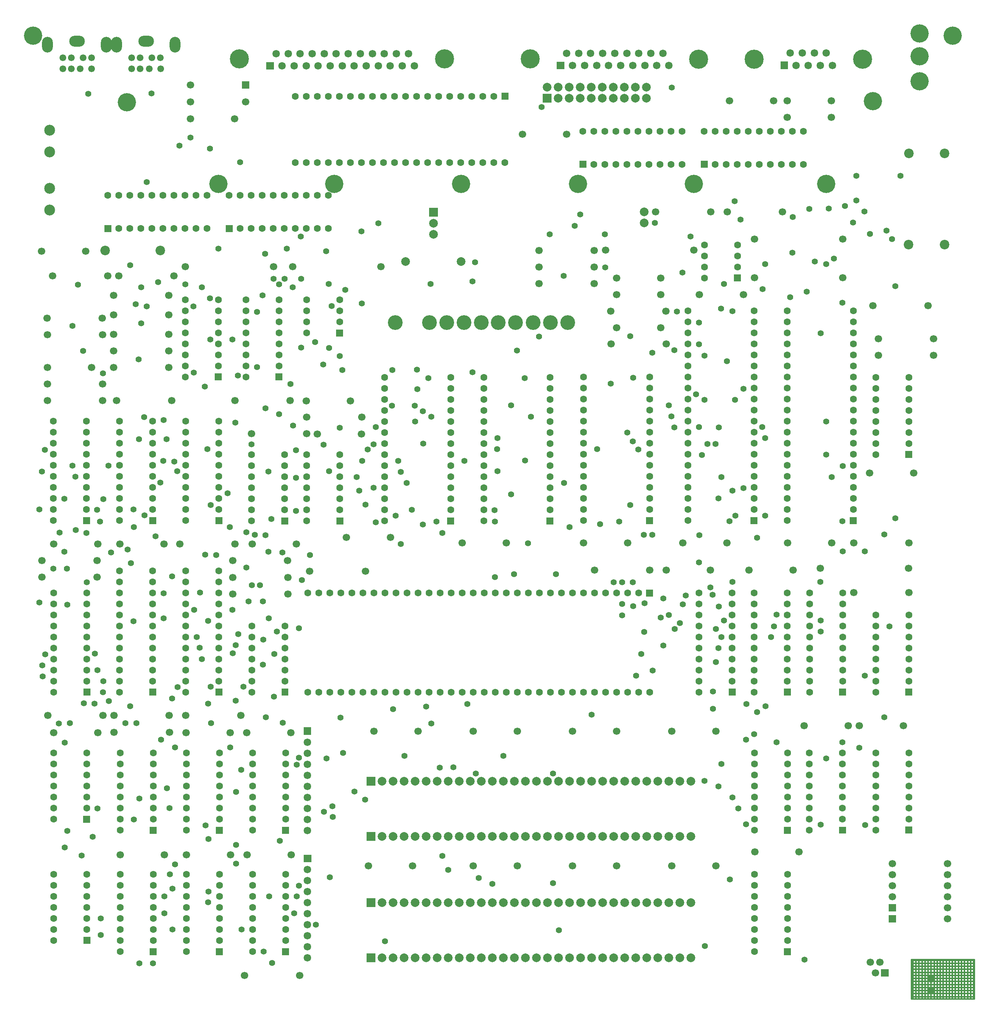
<source format=gbr>
%FSLAX34Y34*%
%MOMM*%
%LNSOLDERMASK_BOTTOM*%
G71*
G01*
%ADD10C,1.600*%
%ADD11C,2.000*%
%ADD12C,1.700*%
%ADD13C,2.000*%
%ADD14C,2.200*%
%ADD15C,2.200*%
%ADD16C,1.720*%
%ADD17C,1.600*%
%ADD18C,4.400*%
%ADD19C,4.200*%
%ADD20C,2.500*%
%ADD21C,1.720*%
%ADD22C,1.550*%
%ADD23C,3.400*%
%ADD24C,1.400*%
%ADD25C,0.350*%
%LPD*%
G36*
X1161490Y-190416D02*
X1145490Y-190416D01*
X1145490Y-174416D01*
X1161490Y-174416D01*
X1161490Y-190416D01*
G37*
X1128090Y-182415D02*
G54D10*
D03*
X1102690Y-182415D02*
G54D10*
D03*
X1077290Y-182416D02*
G54D10*
D03*
X1051890Y-182416D02*
G54D10*
D03*
X1026490Y-182415D02*
G54D10*
D03*
X1001090Y-182416D02*
G54D10*
D03*
X975690Y-182415D02*
G54D10*
D03*
X950290Y-182416D02*
G54D10*
D03*
X924890Y-182415D02*
G54D10*
D03*
X899490Y-182415D02*
G54D10*
D03*
X874090Y-182416D02*
G54D10*
D03*
X848690Y-182415D02*
G54D10*
D03*
X823290Y-182416D02*
G54D10*
D03*
X797890Y-182416D02*
G54D10*
D03*
X772490Y-182415D02*
G54D10*
D03*
X747090Y-182415D02*
G54D10*
D03*
X721690Y-182415D02*
G54D10*
D03*
X696290Y-182415D02*
G54D10*
D03*
X670890Y-182416D02*
G54D10*
D03*
X670890Y-334816D02*
G54D10*
D03*
X696290Y-334816D02*
G54D10*
D03*
X721690Y-334816D02*
G54D10*
D03*
X747090Y-334816D02*
G54D10*
D03*
X772490Y-334816D02*
G54D10*
D03*
X797890Y-334816D02*
G54D10*
D03*
X823290Y-334816D02*
G54D10*
D03*
X848690Y-334816D02*
G54D10*
D03*
X874090Y-334815D02*
G54D10*
D03*
X899490Y-334816D02*
G54D10*
D03*
X924890Y-334815D02*
G54D10*
D03*
X950290Y-334815D02*
G54D10*
D03*
X975690Y-334816D02*
G54D10*
D03*
X1001090Y-334815D02*
G54D10*
D03*
X1026490Y-334816D02*
G54D10*
D03*
X1051890Y-334815D02*
G54D10*
D03*
X1077290Y-334815D02*
G54D10*
D03*
X1102690Y-334815D02*
G54D10*
D03*
X1128090Y-334816D02*
G54D10*
D03*
X1153490Y-334816D02*
G54D10*
D03*
G36*
X1796435Y-1879918D02*
X1796435Y-1863918D01*
X1812435Y-1863918D01*
X1812435Y-1879918D01*
X1796435Y-1879918D01*
G37*
X1804435Y-1846518D02*
G54D10*
D03*
X1804435Y-1821118D02*
G54D10*
D03*
X1804435Y-1795718D02*
G54D10*
D03*
X1804435Y-1770318D02*
G54D10*
D03*
X1804435Y-1744918D02*
G54D10*
D03*
X1804435Y-1719518D02*
G54D10*
D03*
X1804435Y-1694118D02*
G54D10*
D03*
X1728235Y-1694118D02*
G54D10*
D03*
X1728235Y-1719518D02*
G54D10*
D03*
X1728235Y-1744918D02*
G54D10*
D03*
X1728235Y-1770318D02*
G54D10*
D03*
X1728235Y-1795718D02*
G54D10*
D03*
X1728235Y-1821118D02*
G54D10*
D03*
X1728235Y-1846518D02*
G54D10*
D03*
X1728235Y-1871918D02*
G54D10*
D03*
G36*
X2075838Y-1561977D02*
X2075838Y-1545977D01*
X2091838Y-1545977D01*
X2091838Y-1561977D01*
X2075838Y-1561977D01*
G37*
X2083838Y-1528577D02*
G54D10*
D03*
X2083838Y-1503177D02*
G54D10*
D03*
X2083838Y-1477777D02*
G54D10*
D03*
X2083838Y-1452377D02*
G54D10*
D03*
X2083838Y-1426977D02*
G54D10*
D03*
X2083838Y-1401577D02*
G54D10*
D03*
X2083839Y-1376177D02*
G54D10*
D03*
X2007639Y-1376177D02*
G54D10*
D03*
X2007639Y-1401577D02*
G54D10*
D03*
X2007639Y-1426977D02*
G54D10*
D03*
X2007639Y-1452377D02*
G54D10*
D03*
X2007639Y-1477777D02*
G54D10*
D03*
X2007639Y-1503177D02*
G54D10*
D03*
X2007639Y-1528577D02*
G54D10*
D03*
X2007639Y-1553977D02*
G54D10*
D03*
G36*
X1796345Y-2159148D02*
X1796345Y-2143148D01*
X1812345Y-2143148D01*
X1812345Y-2159148D01*
X1796345Y-2159148D01*
G37*
X1804345Y-2125748D02*
G54D10*
D03*
X1804345Y-2100348D02*
G54D10*
D03*
X1804345Y-2074948D02*
G54D10*
D03*
X1804345Y-2049548D02*
G54D10*
D03*
X1804345Y-2024148D02*
G54D10*
D03*
X1804345Y-1998748D02*
G54D10*
D03*
X1804345Y-1973348D02*
G54D10*
D03*
X1728145Y-1973348D02*
G54D10*
D03*
X1728145Y-1998748D02*
G54D10*
D03*
X1728145Y-2024148D02*
G54D10*
D03*
X1728145Y-2049548D02*
G54D10*
D03*
X1728145Y-2074948D02*
G54D10*
D03*
X1728145Y-2100348D02*
G54D10*
D03*
X1728145Y-2125749D02*
G54D10*
D03*
X1728145Y-2151149D02*
G54D10*
D03*
G36*
X2075656Y-1014964D02*
X2075656Y-998964D01*
X2091656Y-998964D01*
X2091656Y-1014964D01*
X2075656Y-1014964D01*
G37*
X2083656Y-981564D02*
G54D10*
D03*
X2083656Y-956164D02*
G54D10*
D03*
X2083656Y-930764D02*
G54D10*
D03*
X2083656Y-905364D02*
G54D10*
D03*
X2083656Y-879964D02*
G54D10*
D03*
X2083656Y-854564D02*
G54D10*
D03*
X2083656Y-829164D02*
G54D10*
D03*
X2007457Y-829164D02*
G54D10*
D03*
X2007456Y-854564D02*
G54D10*
D03*
X2007456Y-879964D02*
G54D10*
D03*
X2007456Y-905364D02*
G54D10*
D03*
X2007456Y-930764D02*
G54D10*
D03*
X2007456Y-956164D02*
G54D10*
D03*
X2007456Y-981564D02*
G54D10*
D03*
X2007456Y-1006964D02*
G54D10*
D03*
G36*
X1947991Y-1167199D02*
X1947991Y-1151199D01*
X1963991Y-1151199D01*
X1963991Y-1167199D01*
X1947991Y-1167199D01*
G37*
X1955991Y-1133798D02*
G54D10*
D03*
X1955991Y-1108398D02*
G54D10*
D03*
X1955991Y-1082998D02*
G54D10*
D03*
X1955991Y-1057598D02*
G54D10*
D03*
X1955991Y-1032198D02*
G54D10*
D03*
X1955991Y-1006798D02*
G54D10*
D03*
X1955991Y-981398D02*
G54D10*
D03*
X1955991Y-955998D02*
G54D10*
D03*
X1955991Y-930598D02*
G54D10*
D03*
X1955991Y-905198D02*
G54D10*
D03*
X1955991Y-879798D02*
G54D10*
D03*
X1955991Y-854398D02*
G54D10*
D03*
X1955991Y-828998D02*
G54D10*
D03*
X1955991Y-803598D02*
G54D10*
D03*
X1955991Y-778198D02*
G54D10*
D03*
X1955991Y-752798D02*
G54D10*
D03*
X1955991Y-727398D02*
G54D10*
D03*
X1955991Y-701998D02*
G54D10*
D03*
X1955991Y-676599D02*
G54D10*
D03*
X1803591Y-676598D02*
G54D10*
D03*
X1803591Y-701998D02*
G54D10*
D03*
X1803591Y-727398D02*
G54D10*
D03*
X1803591Y-752798D02*
G54D10*
D03*
X1803591Y-778198D02*
G54D10*
D03*
X1803591Y-803598D02*
G54D10*
D03*
X1803591Y-828998D02*
G54D10*
D03*
X1803591Y-854398D02*
G54D10*
D03*
X1803591Y-879798D02*
G54D10*
D03*
X1803591Y-905198D02*
G54D10*
D03*
X1803591Y-930598D02*
G54D10*
D03*
X1803591Y-955998D02*
G54D10*
D03*
X1803591Y-981398D02*
G54D10*
D03*
X1803591Y-1006798D02*
G54D10*
D03*
X1803591Y-1032198D02*
G54D10*
D03*
X1803591Y-1057598D02*
G54D10*
D03*
X1803591Y-1082998D02*
G54D10*
D03*
X1803591Y-1108398D02*
G54D10*
D03*
X1803591Y-1133798D02*
G54D10*
D03*
X1803591Y-1159198D02*
G54D10*
D03*
G36*
X1719391Y-1167198D02*
X1719391Y-1151198D01*
X1735391Y-1151198D01*
X1735391Y-1167198D01*
X1719391Y-1167198D01*
G37*
X1727391Y-1133798D02*
G54D10*
D03*
X1727391Y-1108398D02*
G54D10*
D03*
X1727391Y-1082998D02*
G54D10*
D03*
X1727391Y-1057598D02*
G54D10*
D03*
X1727391Y-1032198D02*
G54D10*
D03*
X1727391Y-1006799D02*
G54D10*
D03*
X1727391Y-981398D02*
G54D10*
D03*
X1727391Y-955999D02*
G54D10*
D03*
X1727391Y-930598D02*
G54D10*
D03*
X1727391Y-905198D02*
G54D10*
D03*
X1727391Y-879798D02*
G54D10*
D03*
X1727391Y-854398D02*
G54D10*
D03*
X1727391Y-828998D02*
G54D10*
D03*
X1727391Y-803598D02*
G54D10*
D03*
X1727391Y-778198D02*
G54D10*
D03*
X1727391Y-752798D02*
G54D10*
D03*
X1727391Y-727398D02*
G54D10*
D03*
X1727391Y-701998D02*
G54D10*
D03*
X1727391Y-676598D02*
G54D10*
D03*
X1574991Y-676598D02*
G54D10*
D03*
X1574991Y-701998D02*
G54D10*
D03*
X1574991Y-727398D02*
G54D10*
D03*
X1574991Y-752798D02*
G54D10*
D03*
X1574991Y-778198D02*
G54D10*
D03*
X1574991Y-803598D02*
G54D10*
D03*
X1574991Y-828998D02*
G54D10*
D03*
X1574991Y-854398D02*
G54D10*
D03*
X1574991Y-879798D02*
G54D10*
D03*
X1574991Y-905198D02*
G54D10*
D03*
X1574991Y-930599D02*
G54D10*
D03*
X1574991Y-955998D02*
G54D10*
D03*
X1574991Y-981398D02*
G54D10*
D03*
X1574991Y-1006798D02*
G54D10*
D03*
X1574991Y-1032198D02*
G54D10*
D03*
X1574991Y-1057598D02*
G54D10*
D03*
X1574991Y-1082998D02*
G54D10*
D03*
X1574991Y-1108398D02*
G54D10*
D03*
X1574991Y-1133798D02*
G54D10*
D03*
X1574991Y-1159198D02*
G54D10*
D03*
G36*
X1681190Y-608426D02*
X1681190Y-592426D01*
X1697190Y-592426D01*
X1697190Y-608426D01*
X1681190Y-608426D01*
G37*
X1689190Y-575026D02*
G54D10*
D03*
X1689190Y-549626D02*
G54D10*
D03*
X1689190Y-524227D02*
G54D10*
D03*
X1612990Y-524227D02*
G54D10*
D03*
X1612990Y-549626D02*
G54D10*
D03*
X1612990Y-575026D02*
G54D10*
D03*
X1612990Y-600426D02*
G54D10*
D03*
G36*
X1478686Y-1167192D02*
X1478686Y-1151192D01*
X1494686Y-1151192D01*
X1494686Y-1167192D01*
X1478686Y-1167192D01*
G37*
X1486686Y-1133792D02*
G54D10*
D03*
X1486686Y-1108392D02*
G54D10*
D03*
X1486686Y-1082992D02*
G54D10*
D03*
X1486686Y-1057592D02*
G54D10*
D03*
X1486686Y-1032193D02*
G54D10*
D03*
X1486686Y-1006793D02*
G54D10*
D03*
X1486686Y-981393D02*
G54D10*
D03*
X1486686Y-955993D02*
G54D10*
D03*
X1486686Y-930593D02*
G54D10*
D03*
X1486686Y-905193D02*
G54D10*
D03*
X1486686Y-879793D02*
G54D10*
D03*
X1486686Y-854393D02*
G54D10*
D03*
X1486685Y-828993D02*
G54D10*
D03*
X1334286Y-828993D02*
G54D10*
D03*
X1334286Y-854393D02*
G54D10*
D03*
X1334286Y-879793D02*
G54D10*
D03*
X1334286Y-905193D02*
G54D10*
D03*
X1334286Y-930593D02*
G54D10*
D03*
X1334286Y-955993D02*
G54D10*
D03*
X1334286Y-981393D02*
G54D10*
D03*
X1334286Y-1006793D02*
G54D10*
D03*
X1334286Y-1032193D02*
G54D10*
D03*
X1334286Y-1057592D02*
G54D10*
D03*
X1334286Y-1082992D02*
G54D10*
D03*
X1334285Y-1108392D02*
G54D10*
D03*
X1334286Y-1133792D02*
G54D10*
D03*
X1334286Y-1159192D02*
G54D10*
D03*
G36*
X1020800Y-1167834D02*
X1020800Y-1151834D01*
X1036800Y-1151834D01*
X1036800Y-1167834D01*
X1020800Y-1167834D01*
G37*
X1028800Y-1134434D02*
G54D10*
D03*
X1028800Y-1109034D02*
G54D10*
D03*
X1028800Y-1083634D02*
G54D10*
D03*
X1028800Y-1058234D02*
G54D10*
D03*
X1028800Y-1032834D02*
G54D10*
D03*
X1028800Y-1007434D02*
G54D10*
D03*
X1028800Y-982034D02*
G54D10*
D03*
X1028800Y-956634D02*
G54D10*
D03*
X1028800Y-931234D02*
G54D10*
D03*
X1028800Y-905834D02*
G54D10*
D03*
X1028800Y-880434D02*
G54D10*
D03*
X1028800Y-855034D02*
G54D10*
D03*
X1028800Y-829634D02*
G54D10*
D03*
X876400Y-829634D02*
G54D10*
D03*
X876400Y-855034D02*
G54D10*
D03*
X876400Y-880434D02*
G54D10*
D03*
X876400Y-905834D02*
G54D10*
D03*
X876400Y-931234D02*
G54D10*
D03*
X876400Y-956634D02*
G54D10*
D03*
X876400Y-982034D02*
G54D10*
D03*
X876400Y-1007434D02*
G54D10*
D03*
X876400Y-1032834D02*
G54D10*
D03*
X876400Y-1058234D02*
G54D10*
D03*
X876400Y-1083634D02*
G54D10*
D03*
X876400Y-1109034D02*
G54D10*
D03*
X876400Y-1134434D02*
G54D10*
D03*
X876400Y-1159834D02*
G54D10*
D03*
G36*
X765642Y-1167818D02*
X765642Y-1151818D01*
X781642Y-1151818D01*
X781642Y-1167818D01*
X765642Y-1167818D01*
G37*
X773642Y-1134418D02*
G54D10*
D03*
X773642Y-1109018D02*
G54D10*
D03*
X773642Y-1083618D02*
G54D10*
D03*
X773642Y-1058218D02*
G54D10*
D03*
X773642Y-1032818D02*
G54D10*
D03*
X773642Y-1007418D02*
G54D10*
D03*
X697442Y-1007418D02*
G54D10*
D03*
X697442Y-1032818D02*
G54D10*
D03*
X697442Y-1058218D02*
G54D10*
D03*
X697442Y-1083618D02*
G54D10*
D03*
X697442Y-1109018D02*
G54D10*
D03*
X697442Y-1134418D02*
G54D10*
D03*
X697442Y-1159818D02*
G54D10*
D03*
G36*
X638642Y-1167818D02*
X638642Y-1151818D01*
X654642Y-1151818D01*
X654642Y-1167818D01*
X638642Y-1167818D01*
G37*
X646642Y-1134418D02*
G54D10*
D03*
X646642Y-1109018D02*
G54D10*
D03*
X646642Y-1083618D02*
G54D10*
D03*
X646642Y-1058218D02*
G54D10*
D03*
X646642Y-1032818D02*
G54D10*
D03*
X646642Y-1007418D02*
G54D10*
D03*
X570442Y-1007418D02*
G54D10*
D03*
X570442Y-1032818D02*
G54D10*
D03*
X570442Y-1058218D02*
G54D10*
D03*
X570442Y-1083618D02*
G54D10*
D03*
X570442Y-1109018D02*
G54D10*
D03*
X570442Y-1134418D02*
G54D10*
D03*
X570442Y-1159818D02*
G54D10*
D03*
G36*
X182224Y-1167188D02*
X182224Y-1151188D01*
X198224Y-1151188D01*
X198224Y-1167188D01*
X182224Y-1167188D01*
G37*
X190224Y-1133788D02*
G54D10*
D03*
X190224Y-1108388D02*
G54D10*
D03*
X190224Y-1082988D02*
G54D10*
D03*
X190224Y-1057588D02*
G54D10*
D03*
X190224Y-1032188D02*
G54D10*
D03*
X190224Y-1006788D02*
G54D10*
D03*
X190224Y-981388D02*
G54D10*
D03*
X190224Y-955988D02*
G54D10*
D03*
X190224Y-930589D02*
G54D10*
D03*
X114024Y-930588D02*
G54D10*
D03*
X114024Y-955988D02*
G54D10*
D03*
X114024Y-981388D02*
G54D10*
D03*
X114024Y-1006788D02*
G54D10*
D03*
X114024Y-1032188D02*
G54D10*
D03*
X114024Y-1057588D02*
G54D10*
D03*
X114024Y-1082988D02*
G54D10*
D03*
X114024Y-1108388D02*
G54D10*
D03*
X114024Y-1133788D02*
G54D10*
D03*
X114024Y-1159188D02*
G54D10*
D03*
G36*
X334555Y-1562100D02*
X334555Y-1546100D01*
X350555Y-1546100D01*
X350555Y-1562100D01*
X334555Y-1562100D01*
G37*
X342555Y-1528700D02*
G54D10*
D03*
X342555Y-1503300D02*
G54D10*
D03*
X342555Y-1477900D02*
G54D10*
D03*
X342555Y-1452500D02*
G54D10*
D03*
X342555Y-1427100D02*
G54D10*
D03*
X342555Y-1401700D02*
G54D10*
D03*
X342555Y-1376300D02*
G54D10*
D03*
X342555Y-1350900D02*
G54D10*
D03*
X342555Y-1325500D02*
G54D10*
D03*
X342555Y-1300100D02*
G54D10*
D03*
X342555Y-1274699D02*
G54D10*
D03*
X266354Y-1274700D02*
G54D10*
D03*
X266354Y-1300100D02*
G54D10*
D03*
X266354Y-1325500D02*
G54D10*
D03*
X266354Y-1350900D02*
G54D10*
D03*
X266354Y-1376300D02*
G54D10*
D03*
X266354Y-1401700D02*
G54D10*
D03*
X266354Y-1427100D02*
G54D10*
D03*
X266354Y-1452500D02*
G54D10*
D03*
X266354Y-1477900D02*
G54D10*
D03*
X266354Y-1503300D02*
G54D10*
D03*
X266354Y-1528700D02*
G54D10*
D03*
X266355Y-1554100D02*
G54D10*
D03*
G36*
X639118Y-1562036D02*
X639118Y-1546036D01*
X655118Y-1546036D01*
X655118Y-1562036D01*
X639118Y-1562036D01*
G37*
X647118Y-1528636D02*
G54D10*
D03*
X647118Y-1503236D02*
G54D10*
D03*
X647118Y-1477836D02*
G54D10*
D03*
X647118Y-1452436D02*
G54D10*
D03*
X647118Y-1427037D02*
G54D10*
D03*
X647118Y-1401637D02*
G54D10*
D03*
X570918Y-1401637D02*
G54D10*
D03*
X570918Y-1427037D02*
G54D10*
D03*
X570918Y-1452436D02*
G54D10*
D03*
X570918Y-1477836D02*
G54D10*
D03*
X570918Y-1503236D02*
G54D10*
D03*
X570918Y-1528636D02*
G54D10*
D03*
X570918Y-1554036D02*
G54D10*
D03*
G36*
X764920Y-735371D02*
X764920Y-719371D01*
X780920Y-719371D01*
X780920Y-735371D01*
X764920Y-735371D01*
G37*
X772920Y-701971D02*
G54D10*
D03*
X772920Y-676571D02*
G54D10*
D03*
X772920Y-651171D02*
G54D10*
D03*
X696720Y-651171D02*
G54D10*
D03*
X696720Y-676571D02*
G54D10*
D03*
X696720Y-701971D02*
G54D10*
D03*
X696720Y-727371D02*
G54D10*
D03*
G36*
X625220Y-836520D02*
X625220Y-820520D01*
X641220Y-820520D01*
X641220Y-836520D01*
X625220Y-836520D01*
G37*
X633220Y-803120D02*
G54D10*
D03*
X633220Y-777720D02*
G54D10*
D03*
X633220Y-752320D02*
G54D10*
D03*
X633220Y-726920D02*
G54D10*
D03*
X633220Y-701520D02*
G54D10*
D03*
X633220Y-676119D02*
G54D10*
D03*
X633220Y-650719D02*
G54D10*
D03*
X557020Y-650719D02*
G54D10*
D03*
X557020Y-676120D02*
G54D10*
D03*
X557020Y-701520D02*
G54D10*
D03*
X557020Y-726919D02*
G54D10*
D03*
X557020Y-752320D02*
G54D10*
D03*
X557020Y-777720D02*
G54D10*
D03*
X557020Y-803120D02*
G54D10*
D03*
X557020Y-828519D02*
G54D10*
D03*
G36*
X485520Y-836519D02*
X485520Y-820519D01*
X501520Y-820519D01*
X501520Y-836519D01*
X485520Y-836519D01*
G37*
X493520Y-803120D02*
G54D10*
D03*
X493520Y-777720D02*
G54D10*
D03*
X493520Y-752319D02*
G54D10*
D03*
X493520Y-726919D02*
G54D10*
D03*
X493520Y-701520D02*
G54D10*
D03*
X493520Y-676120D02*
G54D10*
D03*
X493520Y-650720D02*
G54D10*
D03*
X417320Y-650720D02*
G54D10*
D03*
X417320Y-676120D02*
G54D10*
D03*
X417320Y-701520D02*
G54D10*
D03*
X417320Y-726920D02*
G54D10*
D03*
X417320Y-752320D02*
G54D10*
D03*
X417320Y-777720D02*
G54D10*
D03*
X417320Y-803120D02*
G54D10*
D03*
X417320Y-828520D02*
G54D10*
D03*
G36*
X1604477Y-331132D02*
X1620477Y-331132D01*
X1620477Y-347132D01*
X1604477Y-347132D01*
X1604477Y-331132D01*
G37*
X1637877Y-339132D02*
G54D10*
D03*
X1663277Y-339132D02*
G54D10*
D03*
X1688677Y-339132D02*
G54D10*
D03*
X1714077Y-339132D02*
G54D10*
D03*
X1739477Y-339132D02*
G54D10*
D03*
X1764877Y-339132D02*
G54D10*
D03*
X1790277Y-339132D02*
G54D10*
D03*
X1815677Y-339132D02*
G54D10*
D03*
X1841077Y-339132D02*
G54D10*
D03*
X1841077Y-262932D02*
G54D10*
D03*
X1815677Y-262932D02*
G54D10*
D03*
X1790277Y-262932D02*
G54D10*
D03*
X1764877Y-262932D02*
G54D10*
D03*
X1739477Y-262932D02*
G54D10*
D03*
X1714077Y-262932D02*
G54D10*
D03*
X1688677Y-262932D02*
G54D10*
D03*
X1663277Y-262932D02*
G54D10*
D03*
X1637877Y-262932D02*
G54D10*
D03*
X1612477Y-262932D02*
G54D10*
D03*
G36*
X1240595Y-177074D02*
X1260595Y-177074D01*
X1260595Y-197074D01*
X1240595Y-197074D01*
X1240595Y-177074D01*
G37*
X1250595Y-161674D02*
G54D11*
D03*
X1275995Y-187073D02*
G54D11*
D03*
X1275995Y-161674D02*
G54D11*
D03*
X1301395Y-187073D02*
G54D11*
D03*
X1301395Y-161674D02*
G54D11*
D03*
X1326795Y-187073D02*
G54D11*
D03*
X1326795Y-161674D02*
G54D11*
D03*
X1352195Y-187074D02*
G54D11*
D03*
X1352195Y-161674D02*
G54D11*
D03*
X1377595Y-187073D02*
G54D11*
D03*
X1377595Y-161674D02*
G54D11*
D03*
X1402995Y-187074D02*
G54D11*
D03*
X1402995Y-161674D02*
G54D11*
D03*
X1428395Y-187074D02*
G54D11*
D03*
X1428395Y-161674D02*
G54D11*
D03*
X1453795Y-187074D02*
G54D11*
D03*
X1453795Y-161674D02*
G54D11*
D03*
X1479195Y-187074D02*
G54D11*
D03*
X1479195Y-161674D02*
G54D11*
D03*
X1500836Y-448328D02*
G54D12*
D03*
X1627836Y-448328D02*
G54D12*
D03*
X1665936Y-448328D02*
G54D12*
D03*
X1792936Y-448328D02*
G54D12*
D03*
X1474007Y-473728D02*
G54D13*
D03*
X1474007Y-448328D02*
G54D13*
D03*
X1671176Y-192941D02*
G54D12*
D03*
X1772776Y-192941D02*
G54D12*
D03*
X1803401Y-193128D02*
G54D12*
D03*
X1905000Y-193128D02*
G54D12*
D03*
X1803401Y-231228D02*
G54D12*
D03*
X1905000Y-231228D02*
G54D12*
D03*
X1728145Y-511358D02*
G54D12*
D03*
X1931345Y-511358D02*
G54D12*
D03*
X1728145Y-600258D02*
G54D12*
D03*
X1931345Y-600257D02*
G54D12*
D03*
X1385245Y-536758D02*
G54D12*
D03*
X1588445Y-536758D02*
G54D12*
D03*
X2000543Y-664751D02*
G54D12*
D03*
X2127543Y-664751D02*
G54D12*
D03*
X2013380Y-740662D02*
G54D12*
D03*
X2140380Y-740662D02*
G54D12*
D03*
X2013380Y-778762D02*
G54D12*
D03*
X2140380Y-778762D02*
G54D12*
D03*
X2046076Y-1948406D02*
G54D12*
D03*
X2173076Y-1948406D02*
G54D12*
D03*
X2046076Y-1973806D02*
G54D12*
D03*
X2173076Y-1973806D02*
G54D12*
D03*
X2046076Y-1999206D02*
G54D12*
D03*
X2173076Y-1999206D02*
G54D12*
D03*
X2046076Y-2024606D02*
G54D12*
D03*
X2173076Y-2024606D02*
G54D12*
D03*
G36*
X2037490Y-2041754D02*
X2054490Y-2041754D01*
X2054490Y-2058754D01*
X2037490Y-2058754D01*
X2037490Y-2041754D01*
G37*
X2173249Y-2050254D02*
G54D12*
D03*
G36*
X2037490Y-2067154D02*
X2054490Y-2067154D01*
X2054490Y-2084154D01*
X2037490Y-2084154D01*
X2037490Y-2067154D01*
G37*
X2173249Y-2075654D02*
G54D12*
D03*
X1601250Y-638768D02*
G54D12*
D03*
X1702850Y-638768D02*
G54D12*
D03*
X1410750Y-600668D02*
G54D12*
D03*
X1512350Y-600668D02*
G54D12*
D03*
X1410750Y-638768D02*
G54D12*
D03*
X1512350Y-638768D02*
G54D12*
D03*
X1397212Y-677024D02*
G54D12*
D03*
X1524212Y-677024D02*
G54D12*
D03*
X1398049Y-752509D02*
G54D12*
D03*
X1525049Y-752509D02*
G54D12*
D03*
X1410750Y-714968D02*
G54D12*
D03*
X1512350Y-714968D02*
G54D12*
D03*
X1194263Y-269786D02*
G54D12*
D03*
X1295863Y-269786D02*
G54D12*
D03*
G36*
X979169Y-439142D02*
X999169Y-439142D01*
X999169Y-459142D01*
X979169Y-459142D01*
X979169Y-439142D01*
G37*
X989169Y-474611D02*
G54D13*
D03*
X989137Y-500150D02*
G54D13*
D03*
X1232112Y-537324D02*
G54D12*
D03*
X1359112Y-537324D02*
G54D12*
D03*
X924536Y-562577D02*
G54D13*
D03*
X1052784Y-562577D02*
G54D13*
D03*
X2165993Y-313833D02*
G54D14*
D03*
X2083658Y-313537D02*
G54D14*
D03*
X2165683Y-523871D02*
G54D14*
D03*
X2083348Y-523575D02*
G54D14*
D03*
G36*
X565024Y-164846D02*
X548024Y-164846D01*
X548024Y-147846D01*
X565024Y-147846D01*
X565024Y-164846D01*
G37*
X429265Y-156346D02*
G54D12*
D03*
X429484Y-195155D02*
G54D12*
D03*
X556484Y-195154D02*
G54D12*
D03*
X429651Y-234397D02*
G54D12*
D03*
X531251Y-234397D02*
G54D12*
D03*
X665308Y-574879D02*
G54D12*
D03*
X868508Y-574879D02*
G54D12*
D03*
X417319Y-574611D02*
G54D12*
D03*
X620519Y-574611D02*
G54D12*
D03*
X233159Y-537660D02*
G54D15*
D03*
X360473Y-537464D02*
G54D15*
D03*
X86751Y-539197D02*
G54D12*
D03*
X188352Y-539197D02*
G54D12*
D03*
X264599Y-596063D02*
G54D12*
D03*
X391599Y-596063D02*
G54D12*
D03*
X112199Y-596063D02*
G54D12*
D03*
X239199Y-596063D02*
G54D12*
D03*
X252752Y-641010D02*
G54D12*
D03*
X379753Y-641010D02*
G54D12*
D03*
X252683Y-730244D02*
G54D12*
D03*
X379683Y-730244D02*
G54D12*
D03*
X99999Y-844682D02*
G54D12*
D03*
X226999Y-844682D02*
G54D12*
D03*
X100000Y-806495D02*
G54D12*
D03*
X201600Y-806495D02*
G54D12*
D03*
X526970Y-1251287D02*
G54D12*
D03*
X653244Y-1250750D02*
G54D12*
D03*
X526970Y-1290429D02*
G54D12*
D03*
X653970Y-1290429D02*
G54D12*
D03*
X526970Y-1328529D02*
G54D12*
D03*
X653970Y-1328529D02*
G54D12*
D03*
X405068Y-1212715D02*
G54D12*
D03*
X532068Y-1212715D02*
G54D12*
D03*
X87568Y-1250815D02*
G54D12*
D03*
X214568Y-1250815D02*
G54D12*
D03*
X87568Y-1288915D02*
G54D12*
D03*
X214568Y-1288915D02*
G54D12*
D03*
X418213Y-1607870D02*
G54D12*
D03*
X545213Y-1607870D02*
G54D12*
D03*
X253113Y-1607870D02*
G54D12*
D03*
X380113Y-1607870D02*
G54D12*
D03*
X253450Y-1646586D02*
G54D12*
D03*
X381237Y-1646288D02*
G54D12*
D03*
X554048Y-2206515D02*
G54D12*
D03*
X681048Y-2206515D02*
G54D12*
D03*
X1582100Y-1759300D02*
G54D11*
D03*
X1556700Y-1759300D02*
G54D11*
D03*
X1531300Y-1759300D02*
G54D11*
D03*
X1505900Y-1759300D02*
G54D11*
D03*
X1480500Y-1759300D02*
G54D11*
D03*
X1455100Y-1759300D02*
G54D11*
D03*
X1429700Y-1759300D02*
G54D11*
D03*
X1404300Y-1759300D02*
G54D11*
D03*
X1378900Y-1759300D02*
G54D11*
D03*
X1353500Y-1759300D02*
G54D11*
D03*
X1328100Y-1759300D02*
G54D11*
D03*
X1302700Y-1759300D02*
G54D11*
D03*
X1277300Y-1759300D02*
G54D11*
D03*
X1251900Y-1759300D02*
G54D11*
D03*
X1226500Y-1759300D02*
G54D11*
D03*
X1201100Y-1759300D02*
G54D11*
D03*
X1175700Y-1759300D02*
G54D11*
D03*
X1150300Y-1759300D02*
G54D11*
D03*
X1099500Y-1759300D02*
G54D11*
D03*
X1074100Y-1759300D02*
G54D11*
D03*
X1048700Y-1759300D02*
G54D11*
D03*
X1023300Y-1759300D02*
G54D11*
D03*
X997900Y-1759300D02*
G54D11*
D03*
X972500Y-1759300D02*
G54D11*
D03*
X947100Y-1759300D02*
G54D11*
D03*
X921700Y-1759300D02*
G54D11*
D03*
X896300Y-1759300D02*
G54D11*
D03*
X870900Y-1759300D02*
G54D11*
D03*
G36*
X835500Y-1749300D02*
X855500Y-1749300D01*
X855500Y-1769300D01*
X835500Y-1769300D01*
X835500Y-1749300D01*
G37*
X1124900Y-1759300D02*
G54D11*
D03*
X1582100Y-1886300D02*
G54D11*
D03*
X1556700Y-1886300D02*
G54D11*
D03*
X1531300Y-1886300D02*
G54D11*
D03*
X1505900Y-1886300D02*
G54D11*
D03*
X1480500Y-1886300D02*
G54D11*
D03*
X1455100Y-1886300D02*
G54D11*
D03*
X1429700Y-1886300D02*
G54D11*
D03*
X1404300Y-1886300D02*
G54D11*
D03*
X1378900Y-1886300D02*
G54D11*
D03*
X1353500Y-1886300D02*
G54D11*
D03*
X1328100Y-1886300D02*
G54D11*
D03*
X1302700Y-1886300D02*
G54D11*
D03*
X1277300Y-1886300D02*
G54D11*
D03*
X1251900Y-1886300D02*
G54D11*
D03*
X1226500Y-1886300D02*
G54D11*
D03*
X1201100Y-1886300D02*
G54D11*
D03*
X1175700Y-1886300D02*
G54D11*
D03*
X1150300Y-1886300D02*
G54D11*
D03*
X1124900Y-1886300D02*
G54D11*
D03*
X1099500Y-1886300D02*
G54D11*
D03*
X1074100Y-1886300D02*
G54D11*
D03*
X1048700Y-1886300D02*
G54D11*
D03*
X1023300Y-1886300D02*
G54D11*
D03*
X997900Y-1886300D02*
G54D11*
D03*
X972500Y-1886300D02*
G54D11*
D03*
X947100Y-1886300D02*
G54D11*
D03*
X921700Y-1886300D02*
G54D11*
D03*
X896300Y-1886300D02*
G54D11*
D03*
X870900Y-1886300D02*
G54D11*
D03*
G36*
X835500Y-1876300D02*
X855500Y-1876300D01*
X855500Y-1896300D01*
X835500Y-1896300D01*
X835500Y-1876300D01*
G37*
G36*
X707423Y-1634906D02*
X707423Y-1652106D01*
X690223Y-1652106D01*
X690223Y-1634906D01*
X707423Y-1634906D01*
G37*
X698823Y-1668906D02*
G54D16*
D03*
X698823Y-1694306D02*
G54D16*
D03*
X698823Y-1719706D02*
G54D16*
D03*
X698823Y-1745106D02*
G54D16*
D03*
X698823Y-1770506D02*
G54D16*
D03*
X698823Y-1795906D02*
G54D16*
D03*
X698823Y-1821306D02*
G54D16*
D03*
X698823Y-1846706D02*
G54D16*
D03*
X698823Y-1872106D02*
G54D16*
D03*
G36*
X707685Y-1928097D02*
X707685Y-1945297D01*
X690485Y-1945297D01*
X690485Y-1928097D01*
X707685Y-1928097D01*
G37*
X699085Y-1962097D02*
G54D16*
D03*
X699085Y-1987497D02*
G54D16*
D03*
X699085Y-2012897D02*
G54D16*
D03*
X699085Y-2038297D02*
G54D16*
D03*
X699085Y-2063697D02*
G54D16*
D03*
X699085Y-2089097D02*
G54D16*
D03*
X699085Y-2114497D02*
G54D16*
D03*
X699085Y-2139897D02*
G54D16*
D03*
X699085Y-2165297D02*
G54D16*
D03*
G36*
X1478890Y-1317768D02*
X1494890Y-1317768D01*
X1494890Y-1333768D01*
X1478890Y-1333768D01*
X1478890Y-1317768D01*
G37*
X1461490Y-1325768D02*
G54D17*
D03*
X1436090Y-1325768D02*
G54D17*
D03*
X1410690Y-1325768D02*
G54D17*
D03*
X1385290Y-1325768D02*
G54D17*
D03*
X1359890Y-1325768D02*
G54D17*
D03*
X1334490Y-1325768D02*
G54D17*
D03*
X1309090Y-1325768D02*
G54D17*
D03*
X1283690Y-1325768D02*
G54D17*
D03*
X1258290Y-1325768D02*
G54D17*
D03*
X1232890Y-1325768D02*
G54D17*
D03*
X1207490Y-1325768D02*
G54D17*
D03*
X1182090Y-1325768D02*
G54D17*
D03*
X1156690Y-1325768D02*
G54D17*
D03*
X1131290Y-1325768D02*
G54D17*
D03*
X1105890Y-1325768D02*
G54D17*
D03*
X1080490Y-1325768D02*
G54D17*
D03*
X1055090Y-1325768D02*
G54D17*
D03*
X1029690Y-1325768D02*
G54D17*
D03*
X1004290Y-1325768D02*
G54D17*
D03*
X978890Y-1325768D02*
G54D17*
D03*
X953490Y-1325768D02*
G54D17*
D03*
X928090Y-1325768D02*
G54D17*
D03*
X902690Y-1325768D02*
G54D17*
D03*
X877290Y-1325768D02*
G54D17*
D03*
X851890Y-1325768D02*
G54D17*
D03*
X826490Y-1325768D02*
G54D17*
D03*
X801090Y-1325768D02*
G54D17*
D03*
X775690Y-1325768D02*
G54D17*
D03*
X750290Y-1325768D02*
G54D17*
D03*
X724890Y-1325768D02*
G54D17*
D03*
X699490Y-1325768D02*
G54D17*
D03*
X1486890Y-1554368D02*
G54D17*
D03*
X1461490Y-1554368D02*
G54D17*
D03*
X1436090Y-1554368D02*
G54D17*
D03*
X1410690Y-1554368D02*
G54D17*
D03*
X1385290Y-1554368D02*
G54D17*
D03*
X1359890Y-1554368D02*
G54D17*
D03*
X1334490Y-1554368D02*
G54D17*
D03*
X1309090Y-1554368D02*
G54D17*
D03*
X1283690Y-1554368D02*
G54D17*
D03*
X1258290Y-1554368D02*
G54D17*
D03*
X1232890Y-1554368D02*
G54D17*
D03*
X1207490Y-1554368D02*
G54D17*
D03*
X1182090Y-1554368D02*
G54D17*
D03*
X1156690Y-1554368D02*
G54D17*
D03*
X1131290Y-1554368D02*
G54D17*
D03*
X1105890Y-1554368D02*
G54D17*
D03*
X1080490Y-1554368D02*
G54D17*
D03*
X1055090Y-1554368D02*
G54D17*
D03*
X1029690Y-1554368D02*
G54D17*
D03*
X1004290Y-1554368D02*
G54D17*
D03*
X978890Y-1554368D02*
G54D17*
D03*
X953490Y-1554368D02*
G54D17*
D03*
X928090Y-1554368D02*
G54D17*
D03*
X902690Y-1554368D02*
G54D17*
D03*
X877290Y-1554368D02*
G54D17*
D03*
X851890Y-1554368D02*
G54D17*
D03*
X826490Y-1554368D02*
G54D17*
D03*
X801090Y-1554368D02*
G54D17*
D03*
X775690Y-1554368D02*
G54D17*
D03*
X750290Y-1554368D02*
G54D17*
D03*
X724890Y-1554368D02*
G54D17*
D03*
X699490Y-1554368D02*
G54D17*
D03*
G36*
X2019954Y-2191449D02*
X2036954Y-2191449D01*
X2036954Y-2208449D01*
X2019954Y-2208449D01*
X2019954Y-2191449D01*
G37*
X2006748Y-2199868D02*
G54D12*
D03*
X2017073Y-2175976D02*
G54D12*
D03*
X1995416Y-2175905D02*
G54D12*
D03*
X1977029Y-97241D02*
G54D18*
D03*
X1727404Y-97201D02*
G54D18*
D03*
X1599676Y-96819D02*
G54D18*
D03*
X1211855Y-96425D02*
G54D18*
D03*
X2184854Y-42909D02*
G54D19*
D03*
X2108589Y-38051D02*
G54D19*
D03*
X2108431Y-90665D02*
G54D19*
D03*
X2108431Y-148193D02*
G54D19*
D03*
X2000697Y-193378D02*
G54D19*
D03*
X1893190Y-384263D02*
G54D19*
D03*
X105320Y-393930D02*
G54D20*
D03*
X105244Y-444146D02*
G54D20*
D03*
X105115Y-260167D02*
G54D20*
D03*
X105038Y-310384D02*
G54D20*
D03*
G36*
X621432Y-121091D02*
X604232Y-121091D01*
X604232Y-103891D01*
X621432Y-103891D01*
X621432Y-121091D01*
G37*
X640532Y-112491D02*
G54D21*
D03*
X668132Y-112491D02*
G54D21*
D03*
X695832Y-112491D02*
G54D21*
D03*
X723532Y-112491D02*
G54D21*
D03*
X751232Y-112491D02*
G54D21*
D03*
X778932Y-112491D02*
G54D21*
D03*
X806632Y-112491D02*
G54D21*
D03*
X834332Y-112491D02*
G54D21*
D03*
X861932Y-112491D02*
G54D21*
D03*
X889632Y-112491D02*
G54D21*
D03*
X917332Y-112491D02*
G54D21*
D03*
X945032Y-112491D02*
G54D21*
D03*
X626732Y-84091D02*
G54D21*
D03*
X654432Y-84091D02*
G54D21*
D03*
X682132Y-84091D02*
G54D21*
D03*
X709832Y-84091D02*
G54D21*
D03*
X737532Y-84091D02*
G54D21*
D03*
X765232Y-84091D02*
G54D21*
D03*
X792932Y-84091D02*
G54D21*
D03*
X820532Y-84091D02*
G54D21*
D03*
X848232Y-84091D02*
G54D21*
D03*
X875932Y-84091D02*
G54D21*
D03*
X903632Y-84091D02*
G54D21*
D03*
X931332Y-84091D02*
G54D21*
D03*
X1015005Y-96425D02*
G54D18*
D03*
X541930Y-96425D02*
G54D18*
D03*
G36*
X1290427Y-120199D02*
X1273227Y-120199D01*
X1273227Y-102999D01*
X1290427Y-102999D01*
X1290427Y-120199D01*
G37*
X1309527Y-111599D02*
G54D21*
D03*
X1337127Y-111599D02*
G54D21*
D03*
X1364827Y-111599D02*
G54D21*
D03*
X1392527Y-111600D02*
G54D21*
D03*
X1420227Y-111599D02*
G54D21*
D03*
X1447927Y-111599D02*
G54D21*
D03*
X1475627Y-111599D02*
G54D21*
D03*
X1503327Y-111600D02*
G54D21*
D03*
X1530927Y-111599D02*
G54D21*
D03*
X1295727Y-83199D02*
G54D21*
D03*
X1323427Y-83199D02*
G54D21*
D03*
X1351127Y-83199D02*
G54D21*
D03*
X1378827Y-83199D02*
G54D21*
D03*
X1406527Y-83199D02*
G54D21*
D03*
X1434227Y-83199D02*
G54D21*
D03*
X1461927Y-83199D02*
G54D21*
D03*
X1489527Y-83199D02*
G54D21*
D03*
X1517227Y-83199D02*
G54D21*
D03*
G36*
X1805399Y-119695D02*
X1788199Y-119695D01*
X1788199Y-102495D01*
X1805399Y-102495D01*
X1805399Y-119695D01*
G37*
X1824398Y-111095D02*
G54D21*
D03*
X1852099Y-111095D02*
G54D21*
D03*
X1879799Y-111095D02*
G54D21*
D03*
X1907499Y-111095D02*
G54D21*
D03*
X1810699Y-82695D02*
G54D21*
D03*
X1838399Y-82695D02*
G54D21*
D03*
X1866099Y-82695D02*
G54D21*
D03*
X1893799Y-82695D02*
G54D21*
D03*
X135736Y-119245D02*
G54D22*
D03*
X155161Y-119225D02*
G54D22*
D03*
X135736Y-93845D02*
G54D22*
D03*
X155161Y-93825D02*
G54D22*
D03*
X182270Y-93739D02*
G54D22*
D03*
X201695Y-93719D02*
G54D22*
D03*
X175844Y-119225D02*
G54D22*
D03*
X201904Y-119219D02*
G54D22*
D03*
X100406Y-57859D02*
G54D20*
D03*
X100406Y-58860D02*
G54D20*
D03*
X100406Y-59860D02*
G54D20*
D03*
X100406Y-60860D02*
G54D20*
D03*
X100406Y-61860D02*
G54D20*
D03*
X100406Y-62860D02*
G54D20*
D03*
X100406Y-63860D02*
G54D20*
D03*
X100406Y-64860D02*
G54D20*
D03*
X100406Y-65860D02*
G54D20*
D03*
X100406Y-66860D02*
G54D20*
D03*
X100406Y-67860D02*
G54D20*
D03*
X100406Y-68859D02*
G54D20*
D03*
X235430Y-58047D02*
G54D20*
D03*
X235430Y-59047D02*
G54D20*
D03*
X235430Y-60047D02*
G54D20*
D03*
X235430Y-61047D02*
G54D20*
D03*
X235430Y-62047D02*
G54D20*
D03*
X235430Y-63047D02*
G54D20*
D03*
X235430Y-64047D02*
G54D20*
D03*
X235430Y-65047D02*
G54D20*
D03*
X235430Y-66047D02*
G54D20*
D03*
X235430Y-67047D02*
G54D20*
D03*
X235430Y-68047D02*
G54D20*
D03*
X235430Y-69047D02*
G54D20*
D03*
X174111Y-55538D02*
G54D20*
D03*
X173110Y-55538D02*
G54D20*
D03*
X172110Y-55538D02*
G54D20*
D03*
X171110Y-55538D02*
G54D20*
D03*
X170110Y-55538D02*
G54D20*
D03*
X169110Y-55538D02*
G54D20*
D03*
X168110Y-55538D02*
G54D20*
D03*
X167110Y-55538D02*
G54D20*
D03*
X166110Y-55538D02*
G54D20*
D03*
X165110Y-55538D02*
G54D20*
D03*
X164110Y-55538D02*
G54D20*
D03*
X163111Y-55538D02*
G54D20*
D03*
X1588390Y-384263D02*
G54D19*
D03*
X1321690Y-384263D02*
G54D19*
D03*
X1052753Y-384216D02*
G54D19*
D03*
X760653Y-384216D02*
G54D19*
D03*
X493953Y-384216D02*
G54D19*
D03*
X283093Y-196392D02*
G54D19*
D03*
X66751Y-42488D02*
G54D19*
D03*
X1298412Y-703437D02*
G54D23*
D03*
X1258457Y-703396D02*
G54D23*
D03*
X1218268Y-703290D02*
G54D23*
D03*
X1178161Y-703340D02*
G54D23*
D03*
X1138326Y-703290D02*
G54D23*
D03*
X1098860Y-703218D02*
G54D23*
D03*
X1059179Y-703174D02*
G54D23*
D03*
X1019500Y-703119D02*
G54D23*
D03*
X979656Y-703119D02*
G54D23*
D03*
X900732Y-703049D02*
G54D23*
D03*
X474320Y-302993D02*
G54D24*
D03*
X429390Y-277734D02*
G54D24*
D03*
X403824Y-296342D02*
G54D24*
D03*
X194024Y-176585D02*
G54D24*
D03*
X340127Y-175768D02*
G54D24*
D03*
X1537677Y-162381D02*
G54D24*
D03*
X1237893Y-207114D02*
G54D24*
D03*
X544146Y-334390D02*
G54D24*
D03*
X328558Y-379889D02*
G54D24*
D03*
X683918Y-505052D02*
G54D24*
D03*
X823645Y-493518D02*
G54D24*
D03*
X861838Y-474501D02*
G54D24*
D03*
X1314638Y-480510D02*
G54D24*
D03*
X1327411Y-454184D02*
G54D24*
D03*
X1498902Y-473414D02*
G54D24*
D03*
X1682852Y-423696D02*
G54D24*
D03*
X1695797Y-466566D02*
G54D24*
D03*
X1816585Y-460488D02*
G54D24*
D03*
X1854390Y-441586D02*
G54D24*
D03*
X1899024Y-441220D02*
G54D24*
D03*
X1936951Y-435000D02*
G54D24*
D03*
X1962683Y-422195D02*
G54D24*
D03*
X651354Y-532752D02*
G54D24*
D03*
X493921Y-532796D02*
G54D24*
D03*
X741587Y-538857D02*
G54D24*
D03*
X1256679Y-500150D02*
G54D24*
D03*
X1383711Y-500103D02*
G54D24*
D03*
X1581111Y-505382D02*
G54D24*
D03*
X1955658Y-473392D02*
G54D24*
D03*
X1981807Y-447401D02*
G54D24*
D03*
X1994326Y-498906D02*
G54D24*
D03*
X2032361Y-491616D02*
G54D24*
D03*
X2045357Y-510951D02*
G54D24*
D03*
X2064691Y-365626D02*
G54D24*
D03*
X1962631Y-365468D02*
G54D24*
D03*
X1084818Y-564200D02*
G54D24*
D03*
X1079112Y-608732D02*
G54D24*
D03*
X982440Y-614596D02*
G54D24*
D03*
X1288923Y-595516D02*
G54D24*
D03*
X1384430Y-576306D02*
G54D24*
D03*
X1562680Y-587938D02*
G54D24*
D03*
X1752833Y-568818D02*
G54D24*
D03*
X1867439Y-562439D02*
G54D24*
D03*
X1893293Y-568536D02*
G54D24*
D03*
X1911585Y-555610D02*
G54D24*
D03*
X2052784Y-619484D02*
G54D24*
D03*
X1848424Y-631951D02*
G54D24*
D03*
X1810432Y-645178D02*
G54D24*
D03*
X1746736Y-626323D02*
G54D24*
D03*
X1930618Y-657702D02*
G54D24*
D03*
X1657718Y-614120D02*
G54D24*
D03*
X1651537Y-670856D02*
G54D24*
D03*
X1677211Y-677354D02*
G54D24*
D03*
X1600244Y-703293D02*
G54D24*
D03*
X1549390Y-677561D02*
G54D24*
D03*
X1600507Y-753582D02*
G54D24*
D03*
X1613344Y-779255D02*
G54D24*
D03*
X1664691Y-791934D02*
G54D24*
D03*
X1543613Y-766577D02*
G54D24*
D03*
X1492702Y-772570D02*
G54D24*
D03*
X1441951Y-734634D02*
G54D24*
D03*
X1232203Y-735356D02*
G54D24*
D03*
X824040Y-659567D02*
G54D24*
D03*
X785732Y-628049D02*
G54D24*
D03*
X748049Y-614512D02*
G54D24*
D03*
X754656Y-665527D02*
G54D24*
D03*
X665310Y-621688D02*
G54D24*
D03*
X684214Y-602136D02*
G54D24*
D03*
X633420Y-615339D02*
G54D24*
D03*
X646335Y-602857D02*
G54D24*
D03*
X620598Y-602360D02*
G54D24*
D03*
X601426Y-545272D02*
G54D24*
D03*
X455714Y-621832D02*
G54D24*
D03*
X417475Y-615556D02*
G54D24*
D03*
X290309Y-571031D02*
G54D24*
D03*
X354845Y-609794D02*
G54D24*
D03*
X316082Y-622165D02*
G54D24*
D03*
X328716Y-666260D02*
G54D24*
D03*
X303201Y-660872D02*
G54D24*
D03*
X170396Y-616022D02*
G54D24*
D03*
X436604Y-666285D02*
G54D24*
D03*
X474401Y-647230D02*
G54D24*
D03*
X582758Y-678938D02*
G54D24*
D03*
X595753Y-640745D02*
G54D24*
D03*
X475150Y-742488D02*
G54D24*
D03*
X525864Y-742330D02*
G54D24*
D03*
X684756Y-761098D02*
G54D24*
D03*
X716464Y-748293D02*
G54D24*
D03*
X779634Y-812439D02*
G54D24*
D03*
X734878Y-799878D02*
G54D24*
D03*
X773049Y-780244D02*
G54D24*
D03*
X748658Y-761464D02*
G54D24*
D03*
X660188Y-844271D02*
G54D24*
D03*
X582683Y-806098D02*
G54D24*
D03*
X538780Y-825610D02*
G54D24*
D03*
X462561Y-850854D02*
G54D24*
D03*
X436951Y-818780D02*
G54D24*
D03*
X310043Y-787561D02*
G54D24*
D03*
X316060Y-704617D02*
G54D24*
D03*
X182474Y-768350D02*
G54D24*
D03*
X157732Y-711237D02*
G54D24*
D03*
X227629Y-819897D02*
G54D24*
D03*
X1181014Y-767845D02*
G54D24*
D03*
X894390Y-812908D02*
G54D24*
D03*
X951144Y-811876D02*
G54D24*
D03*
X1078637Y-817448D02*
G54D24*
D03*
X1199239Y-830761D02*
G54D24*
D03*
X1397113Y-843608D02*
G54D24*
D03*
X1448660Y-830412D02*
G54D24*
D03*
X1593814Y-868144D02*
G54D24*
D03*
X1613402Y-881134D02*
G54D24*
D03*
X1683505Y-881340D02*
G54D24*
D03*
X1702887Y-855361D02*
G54D24*
D03*
X1880412Y-727732D02*
G54D24*
D03*
X1815880Y-542488D02*
G54D24*
D03*
X1893293Y-930854D02*
G54D24*
D03*
X1931585Y-1033171D02*
G54D24*
D03*
X1893293Y-1007317D02*
G54D24*
D03*
X1905976Y-1058536D02*
G54D24*
D03*
X1752927Y-969512D02*
G54D24*
D03*
X1746463Y-943902D02*
G54D24*
D03*
X1638763Y-982784D02*
G54D24*
D03*
X1619856Y-982366D02*
G54D24*
D03*
X1607013Y-1007836D02*
G54D24*
D03*
X1645830Y-944199D02*
G54D24*
D03*
X1600880Y-943766D02*
G54D24*
D03*
X1530976Y-893902D02*
G54D24*
D03*
X1537073Y-918780D02*
G54D24*
D03*
X1543658Y-944390D02*
G54D24*
D03*
X1460431Y-995140D02*
G54D24*
D03*
X1448171Y-976464D02*
G54D24*
D03*
X1435609Y-956098D02*
G54D24*
D03*
X1366079Y-994871D02*
G54D24*
D03*
X1213433Y-919756D02*
G54D24*
D03*
X1167749Y-894146D02*
G54D24*
D03*
X1136595Y-969090D02*
G54D24*
D03*
X1136066Y-994821D02*
G54D24*
D03*
X1200306Y-1020904D02*
G54D24*
D03*
X1290169Y-1072008D02*
G54D24*
D03*
X1168052Y-1098600D02*
G54D24*
D03*
X1136754Y-1045319D02*
G54D24*
D03*
X1060244Y-1021463D02*
G54D24*
D03*
X977036Y-830919D02*
G54D24*
D03*
X951746Y-856681D02*
G54D24*
D03*
X893593Y-894344D02*
G54D24*
D03*
X945732Y-894512D02*
G54D24*
D03*
X964390Y-907561D02*
G54D24*
D03*
X984146Y-920000D02*
G54D24*
D03*
X946828Y-931342D02*
G54D24*
D03*
X856492Y-943790D02*
G54D24*
D03*
X850976Y-983293D02*
G54D24*
D03*
X837417Y-995560D02*
G54D24*
D03*
X825043Y-1021358D02*
G54D24*
D03*
X907798Y-1021265D02*
G54D24*
D03*
X914136Y-1047401D02*
G54D24*
D03*
X927132Y-1072294D02*
G54D24*
D03*
X965188Y-982060D02*
G54D24*
D03*
X736098Y-984024D02*
G54D24*
D03*
X672371Y-997010D02*
G54D24*
D03*
X665854Y-940000D02*
G54D24*
D03*
X633902Y-914268D02*
G54D24*
D03*
X602317Y-900976D02*
G54D24*
D03*
X532852Y-933358D02*
G54D24*
D03*
X570188Y-983828D02*
G54D24*
D03*
X468312Y-994840D02*
G54D24*
D03*
X399392Y-1045631D02*
G54D24*
D03*
X392583Y-1023471D02*
G54D24*
D03*
X366854Y-1021656D02*
G54D24*
D03*
X360396Y-1071632D02*
G54D24*
D03*
X374268Y-971707D02*
G54D24*
D03*
X310722Y-971856D02*
G54D24*
D03*
X367835Y-927320D02*
G54D24*
D03*
X323171Y-920976D02*
G54D24*
D03*
X94639Y-996392D02*
G54D24*
D03*
X87691Y-1046031D02*
G54D24*
D03*
X158163Y-1032396D02*
G54D24*
D03*
X164649Y-1057756D02*
G54D24*
D03*
X241030Y-1032570D02*
G54D24*
D03*
X2052364Y-1153340D02*
G54D24*
D03*
X2026829Y-1191342D02*
G54D24*
D03*
X1982317Y-1229878D02*
G54D24*
D03*
X1931463Y-1230122D02*
G54D24*
D03*
X1931094Y-1160396D02*
G54D24*
D03*
X1734353Y-1198743D02*
G54D24*
D03*
X1753293Y-1148049D02*
G54D24*
D03*
X1684390Y-1148049D02*
G54D24*
D03*
X1670976Y-1160854D02*
G54D24*
D03*
X1645370Y-1108220D02*
G54D24*
D03*
X1677359Y-1090448D02*
G54D24*
D03*
X1702684Y-1084387D02*
G54D24*
D03*
X1652179Y-1058629D02*
G54D24*
D03*
X1442439Y-1122805D02*
G54D24*
D03*
X1492946Y-1192167D02*
G54D24*
D03*
X1473865Y-1191622D02*
G54D24*
D03*
X1601141Y-1192568D02*
G54D24*
D03*
X1416904Y-1161032D02*
G54D24*
D03*
X1372345Y-1166848D02*
G54D24*
D03*
X1302458Y-1174259D02*
G54D24*
D03*
X1130610Y-1161220D02*
G54D24*
D03*
X1130000Y-1135488D02*
G54D24*
D03*
X1206624Y-1210971D02*
G54D24*
D03*
X1270872Y-1282266D02*
G54D24*
D03*
X1174512Y-1282317D02*
G54D24*
D03*
X1130366Y-1288780D02*
G54D24*
D03*
X1009268Y-1187317D02*
G54D24*
D03*
X995976Y-1161220D02*
G54D24*
D03*
X964742Y-1167938D02*
G54D24*
D03*
X939550Y-1134487D02*
G54D24*
D03*
X901855Y-1147432D02*
G54D24*
D03*
X913817Y-1212683D02*
G54D24*
D03*
X856289Y-1162990D02*
G54D24*
D03*
X832165Y-1122784D02*
G54D24*
D03*
X818330Y-1090444D02*
G54D24*
D03*
X850962Y-1083172D02*
G54D24*
D03*
X812234Y-1058494D02*
G54D24*
D03*
X748685Y-1045499D02*
G54D24*
D03*
X672561Y-1137195D02*
G54D24*
D03*
X672317Y-1060854D02*
G54D24*
D03*
X608837Y-1046398D02*
G54D24*
D03*
X515010Y-1095910D02*
G54D24*
D03*
X476495Y-1123608D02*
G54D24*
D03*
X615880Y-1155642D02*
G54D24*
D03*
X602396Y-1192664D02*
G54D24*
D03*
X577600Y-1191872D02*
G54D24*
D03*
X558266Y-1185972D02*
G54D24*
D03*
X608780Y-1230854D02*
G54D24*
D03*
X641098Y-1232561D02*
G54D24*
D03*
X705000Y-1238780D02*
G54D24*
D03*
X685979Y-1295980D02*
G54D24*
D03*
X81648Y-1347560D02*
G54D24*
D03*
X113661Y-1269905D02*
G54D24*
D03*
X145356Y-1269746D02*
G54D24*
D03*
X139146Y-1230732D02*
G54D24*
D03*
X127766Y-1186704D02*
G54D24*
D03*
X165166Y-1180682D02*
G54D24*
D03*
X190206Y-1187813D02*
G54D24*
D03*
X246466Y-1232028D02*
G54D24*
D03*
X285135Y-1225848D02*
G54D24*
D03*
X292107Y-1257421D02*
G54D24*
D03*
X349484Y-1195567D02*
G54D24*
D03*
X298899Y-1173776D02*
G54D24*
D03*
X323724Y-1146932D02*
G54D24*
D03*
X298414Y-1133658D02*
G54D24*
D03*
X221133Y-1160956D02*
G54D24*
D03*
X214896Y-1134185D02*
G54D24*
D03*
X228558Y-1110000D02*
G54D24*
D03*
X81464Y-1133780D02*
G54D24*
D03*
X139268Y-1108902D02*
G54D24*
D03*
X773293Y-945366D02*
G54D24*
D03*
X2039303Y-1402493D02*
G54D24*
D03*
X1880590Y-1414558D02*
G54D24*
D03*
X1880322Y-1389356D02*
G54D24*
D03*
X1778713Y-1375952D02*
G54D24*
D03*
X1773083Y-1402225D02*
G54D24*
D03*
X1766649Y-1427158D02*
G54D24*
D03*
X1880222Y-1300333D02*
G54D24*
D03*
X1982198Y-1516434D02*
G54D24*
D03*
X2027216Y-1611650D02*
G54D24*
D03*
X1969287Y-1681791D02*
G54D24*
D03*
X1931094Y-1669112D02*
G54D24*
D03*
X1893692Y-1706514D02*
G54D24*
D03*
X1734263Y-1599699D02*
G54D24*
D03*
X1753439Y-1586228D02*
G54D24*
D03*
X1709382Y-1580998D02*
G54D24*
D03*
X1727683Y-1650366D02*
G54D24*
D03*
X1709146Y-1663171D02*
G54D24*
D03*
X1779146Y-1669146D02*
G54D24*
D03*
X1982887Y-1859691D02*
G54D24*
D03*
X1880856Y-1859287D02*
G54D24*
D03*
X1690998Y-1821728D02*
G54D24*
D03*
X1677686Y-1796054D02*
G54D24*
D03*
X1645732Y-1770732D02*
G54D24*
D03*
X1613415Y-1758536D02*
G54D24*
D03*
X1652073Y-1718902D02*
G54D24*
D03*
X1843296Y-2169905D02*
G54D24*
D03*
X1639268Y-1485000D02*
G54D24*
D03*
X1645732Y-1452561D02*
G54D24*
D03*
X1651951Y-1427439D02*
G54D24*
D03*
X1639512Y-1408902D02*
G54D24*
D03*
X1658171Y-1389146D02*
G54D24*
D03*
X1646308Y-1356751D02*
G54D24*
D03*
X1632044Y-1329968D02*
G54D24*
D03*
X1626815Y-1313011D02*
G54D24*
D03*
X1677528Y-1299858D02*
G54D24*
D03*
X1600507Y-1255325D02*
G54D24*
D03*
X1709065Y-1858336D02*
G54D24*
D03*
X1614021Y-2138454D02*
G54D24*
D03*
X1632758Y-1592646D02*
G54D24*
D03*
X1264512Y-1993536D02*
G54D24*
D03*
X1277561Y-2102195D02*
G54D24*
D03*
X1124878Y-1995084D02*
G54D24*
D03*
X1093452Y-1981670D02*
G54D24*
D03*
X1022908Y-1963471D02*
G54D24*
D03*
X1009756Y-1930610D02*
G54D24*
D03*
X877284Y-2127194D02*
G54D24*
D03*
X1264473Y-1741028D02*
G54D24*
D03*
X1086522Y-1740952D02*
G54D24*
D03*
X1035261Y-1727314D02*
G54D24*
D03*
X1003796Y-1727592D02*
G54D24*
D03*
X1149745Y-1700844D02*
G54D24*
D03*
X1569598Y-1331716D02*
G54D24*
D03*
X1562896Y-1351823D02*
G54D24*
D03*
X1556729Y-1395255D02*
G54D24*
D03*
X1544665Y-1408660D02*
G54D24*
D03*
X1512761Y-1382654D02*
G54D24*
D03*
X1530724Y-1376220D02*
G54D24*
D03*
X1518391Y-1337882D02*
G54D24*
D03*
X1474960Y-1348874D02*
G54D24*
D03*
X1448686Y-1356381D02*
G54D24*
D03*
X1423485Y-1351019D02*
G54D24*
D03*
X1423485Y-1377292D02*
G54D24*
D03*
X1447882Y-1300616D02*
G54D24*
D03*
X1423217Y-1300885D02*
G54D24*
D03*
X1403646Y-1300885D02*
G54D24*
D03*
X1518350Y-1446701D02*
G54D24*
D03*
X1474021Y-1415361D02*
G54D24*
D03*
X1467629Y-1466288D02*
G54D24*
D03*
X1493402Y-1504227D02*
G54D24*
D03*
X1455670Y-1516186D02*
G54D24*
D03*
X1353049Y-1605854D02*
G54D24*
D03*
X1066751Y-1580998D02*
G54D24*
D03*
X984342Y-1626165D02*
G54D24*
D03*
X971981Y-1587496D02*
G54D24*
D03*
X895753Y-1593360D02*
G54D24*
D03*
X774618Y-1612525D02*
G54D24*
D03*
X520469Y-1174071D02*
G54D24*
D03*
X488762Y-1238049D02*
G54D24*
D03*
X463058Y-1237204D02*
G54D24*
D03*
X386951Y-1287683D02*
G54D24*
D03*
X451220Y-1325122D02*
G54D24*
D03*
X367842Y-1326604D02*
G54D24*
D03*
X526339Y-1364675D02*
G54D24*
D03*
X437750Y-1364675D02*
G54D24*
D03*
X563621Y-1345084D02*
G54D24*
D03*
X596642Y-1344897D02*
G54D24*
D03*
X571032Y-1307936D02*
G54D24*
D03*
X589324Y-1307842D02*
G54D24*
D03*
X558070Y-1267372D02*
G54D24*
D03*
X145515Y-1352314D02*
G54D24*
D03*
X190364Y-1300967D02*
G54D24*
D03*
X298606Y-1390666D02*
G54D24*
D03*
X368019Y-1384326D02*
G54D24*
D03*
X443918Y-1427114D02*
G54D24*
D03*
X450309Y-1452062D02*
G54D24*
D03*
X455876Y-1477629D02*
G54D24*
D03*
X470309Y-1389588D02*
G54D24*
D03*
X540000Y-1420516D02*
G54D24*
D03*
X534021Y-1446082D02*
G54D24*
D03*
X527010Y-1464846D02*
G54D24*
D03*
X596495Y-1490412D02*
G54D24*
D03*
X622551Y-1466025D02*
G54D24*
D03*
X597526Y-1433299D02*
G54D24*
D03*
X628248Y-1414124D02*
G54D24*
D03*
X609484Y-1383608D02*
G54D24*
D03*
X679430Y-1407148D02*
G54D24*
D03*
X551379Y-1541220D02*
G54D24*
D03*
X476418Y-1541696D02*
G54D24*
D03*
X399556Y-1542012D02*
G54D24*
D03*
X387353Y-1568637D02*
G54D24*
D03*
X470396Y-1580840D02*
G54D24*
D03*
X533629Y-1573550D02*
G54D24*
D03*
X603415Y-1612073D02*
G54D24*
D03*
X641829Y-1624756D02*
G54D24*
D03*
X476567Y-1625384D02*
G54D24*
D03*
X1632805Y-1552805D02*
G54D24*
D03*
X94820Y-1466638D02*
G54D24*
D03*
X88668Y-1492176D02*
G54D24*
D03*
X89048Y-1517720D02*
G54D24*
D03*
X209033Y-1465195D02*
G54D24*
D03*
X215172Y-1503396D02*
G54D24*
D03*
X228630Y-1529043D02*
G54D24*
D03*
X228255Y-1554278D02*
G54D24*
D03*
X184024Y-1580000D02*
G54D24*
D03*
X208780Y-1580122D02*
G54D24*
D03*
X241284Y-1574358D02*
G54D24*
D03*
X291013Y-1586454D02*
G54D24*
D03*
X921951Y-1700610D02*
G54D24*
D03*
X832005Y-1801088D02*
G54D24*
D03*
X806772Y-1783171D02*
G54D24*
D03*
X756926Y-1841379D02*
G54D24*
D03*
X737116Y-1829493D02*
G54D24*
D03*
X756767Y-1816973D02*
G54D24*
D03*
X750122Y-1980244D02*
G54D24*
D03*
X673902Y-2024146D02*
G54D24*
D03*
X679268Y-1999146D02*
G54D24*
D03*
X718052Y-2089510D02*
G54D24*
D03*
X597845Y-2151148D02*
G54D24*
D03*
X617805Y-2177683D02*
G54D24*
D03*
X547200Y-2100548D02*
G54D24*
D03*
X470844Y-2013002D02*
G54D24*
D03*
X470469Y-2037861D02*
G54D24*
D03*
X312026Y-2178386D02*
G54D24*
D03*
X343546Y-2178105D02*
G54D24*
D03*
X388105Y-2100526D02*
G54D24*
D03*
X369634Y-2063292D02*
G54D24*
D03*
X369390Y-2024390D02*
G54D24*
D03*
X387927Y-2006098D02*
G54D24*
D03*
X381951Y-1973414D02*
G54D24*
D03*
X394268Y-1950122D02*
G54D24*
D03*
X304756Y-1625610D02*
G54D24*
D03*
X279268Y-1625488D02*
G54D24*
D03*
X361829Y-1663049D02*
G54D24*
D03*
X394109Y-1681013D02*
G54D24*
D03*
X140346Y-1670245D02*
G54D24*
D03*
X126854Y-1625729D02*
G54D24*
D03*
X152251Y-1625584D02*
G54D24*
D03*
X521268Y-1681474D02*
G54D24*
D03*
X534268Y-1783414D02*
G54D24*
D03*
X546696Y-1732438D02*
G54D24*
D03*
X674041Y-1721094D02*
G54D24*
D03*
X679588Y-1705087D02*
G54D24*
D03*
X381342Y-1820854D02*
G54D24*
D03*
X375628Y-1775291D02*
G54D24*
D03*
X311745Y-1799024D02*
G54D24*
D03*
X299076Y-1846868D02*
G54D24*
D03*
X215497Y-1821726D02*
G54D24*
D03*
X145990Y-1873708D02*
G54D24*
D03*
X203994Y-1886862D02*
G54D24*
D03*
X140285Y-1911426D02*
G54D24*
D03*
X178637Y-1930444D02*
G54D24*
D03*
X463902Y-1860366D02*
G54D24*
D03*
X470732Y-1892073D02*
G54D24*
D03*
X534634Y-1905366D02*
G54D24*
D03*
X534422Y-1948986D02*
G54D24*
D03*
X635000Y-1896220D02*
G54D24*
D03*
X610366Y-2024268D02*
G54D24*
D03*
X668653Y-2062615D02*
G54D24*
D03*
X222814Y-2112670D02*
G54D24*
D03*
X222598Y-2075224D02*
G54D24*
D03*
X743171Y-1706708D02*
G54D24*
D03*
X781098Y-1694024D02*
G54D24*
D03*
X621804Y-1564690D02*
G54D24*
D03*
X1671506Y-1984960D02*
G54D24*
D03*
X294486Y-119245D02*
G54D22*
D03*
X313911Y-119225D02*
G54D22*
D03*
X294486Y-93845D02*
G54D22*
D03*
X313911Y-93825D02*
G54D22*
D03*
X341021Y-93739D02*
G54D22*
D03*
X360445Y-93719D02*
G54D22*
D03*
X334594Y-119225D02*
G54D22*
D03*
X360654Y-119219D02*
G54D22*
D03*
X259156Y-57859D02*
G54D20*
D03*
X259156Y-58860D02*
G54D20*
D03*
X259156Y-59860D02*
G54D20*
D03*
X259156Y-60860D02*
G54D20*
D03*
X259156Y-61860D02*
G54D20*
D03*
X259156Y-62860D02*
G54D20*
D03*
X259156Y-63860D02*
G54D20*
D03*
X259156Y-64860D02*
G54D20*
D03*
X259156Y-65860D02*
G54D20*
D03*
X259156Y-66860D02*
G54D20*
D03*
X259156Y-67860D02*
G54D20*
D03*
X259156Y-68859D02*
G54D20*
D03*
X394180Y-58047D02*
G54D20*
D03*
X394180Y-59047D02*
G54D20*
D03*
X394180Y-60047D02*
G54D20*
D03*
X394180Y-61047D02*
G54D20*
D03*
X394180Y-62047D02*
G54D20*
D03*
X394180Y-63047D02*
G54D20*
D03*
X394180Y-64047D02*
G54D20*
D03*
X394180Y-65047D02*
G54D20*
D03*
X394180Y-66047D02*
G54D20*
D03*
X394180Y-67047D02*
G54D20*
D03*
X394180Y-68047D02*
G54D20*
D03*
X394180Y-69047D02*
G54D20*
D03*
X332861Y-55538D02*
G54D20*
D03*
X331860Y-55538D02*
G54D20*
D03*
X330860Y-55538D02*
G54D20*
D03*
X329860Y-55538D02*
G54D20*
D03*
X328860Y-55538D02*
G54D20*
D03*
X327860Y-55538D02*
G54D20*
D03*
X326860Y-55538D02*
G54D20*
D03*
X325860Y-55538D02*
G54D20*
D03*
X324860Y-55538D02*
G54D20*
D03*
X323860Y-55538D02*
G54D20*
D03*
X322860Y-55538D02*
G54D20*
D03*
X321861Y-55538D02*
G54D20*
D03*
G36*
X1325077Y-331132D02*
X1341077Y-331132D01*
X1341077Y-347132D01*
X1325077Y-347132D01*
X1325077Y-331132D01*
G37*
X1358477Y-339132D02*
G54D10*
D03*
X1383877Y-339132D02*
G54D10*
D03*
X1409277Y-339132D02*
G54D10*
D03*
X1434677Y-339132D02*
G54D10*
D03*
X1460077Y-339132D02*
G54D10*
D03*
X1485477Y-339132D02*
G54D10*
D03*
X1510877Y-339132D02*
G54D10*
D03*
X1536277Y-339132D02*
G54D10*
D03*
X1561677Y-339132D02*
G54D10*
D03*
X1561677Y-262932D02*
G54D10*
D03*
X1536277Y-262932D02*
G54D10*
D03*
X1510877Y-262932D02*
G54D10*
D03*
X1485477Y-262932D02*
G54D10*
D03*
X1460077Y-262932D02*
G54D10*
D03*
X1434677Y-262932D02*
G54D10*
D03*
X1409277Y-262932D02*
G54D10*
D03*
X1383877Y-262932D02*
G54D10*
D03*
X1358477Y-262932D02*
G54D10*
D03*
X1333077Y-262932D02*
G54D10*
D03*
G36*
X510746Y-478790D02*
X526746Y-478790D01*
X526746Y-494790D01*
X510746Y-494790D01*
X510746Y-478790D01*
G37*
X544146Y-486790D02*
G54D10*
D03*
X569546Y-486790D02*
G54D10*
D03*
X594946Y-486790D02*
G54D10*
D03*
X620346Y-486790D02*
G54D10*
D03*
X645746Y-486790D02*
G54D10*
D03*
X671146Y-486790D02*
G54D10*
D03*
X696546Y-486790D02*
G54D10*
D03*
X721946Y-486790D02*
G54D10*
D03*
X747346Y-486790D02*
G54D10*
D03*
X747346Y-410590D02*
G54D10*
D03*
X721946Y-410590D02*
G54D10*
D03*
X696546Y-410590D02*
G54D10*
D03*
X671146Y-410590D02*
G54D10*
D03*
X645746Y-410590D02*
G54D10*
D03*
X620346Y-410590D02*
G54D10*
D03*
X594946Y-410590D02*
G54D10*
D03*
X569546Y-410590D02*
G54D10*
D03*
X544146Y-410590D02*
G54D10*
D03*
X518746Y-410590D02*
G54D10*
D03*
G36*
X231346Y-478790D02*
X247346Y-478790D01*
X247346Y-494790D01*
X231346Y-494790D01*
X231346Y-478790D01*
G37*
X264746Y-486790D02*
G54D10*
D03*
X290146Y-486790D02*
G54D10*
D03*
X315546Y-486790D02*
G54D10*
D03*
X340946Y-486790D02*
G54D10*
D03*
X366346Y-486790D02*
G54D10*
D03*
X391746Y-486790D02*
G54D10*
D03*
X417146Y-486790D02*
G54D10*
D03*
X442546Y-486790D02*
G54D10*
D03*
X467946Y-486790D02*
G54D10*
D03*
X467946Y-410590D02*
G54D10*
D03*
X442546Y-410590D02*
G54D10*
D03*
X417146Y-410590D02*
G54D10*
D03*
X391746Y-410590D02*
G54D10*
D03*
X366346Y-410590D02*
G54D10*
D03*
X340946Y-410590D02*
G54D10*
D03*
X315546Y-410590D02*
G54D10*
D03*
X290146Y-410590D02*
G54D10*
D03*
X264746Y-410590D02*
G54D10*
D03*
X239346Y-410590D02*
G54D10*
D03*
X1232112Y-575424D02*
G54D12*
D03*
X1359112Y-575424D02*
G54D12*
D03*
X1232112Y-613524D02*
G54D12*
D03*
X1359112Y-613524D02*
G54D12*
D03*
X99538Y-693536D02*
G54D12*
D03*
X226539Y-693536D02*
G54D12*
D03*
X226791Y-731026D02*
G54D12*
D03*
X99791Y-731027D02*
G54D12*
D03*
X252683Y-685244D02*
G54D12*
D03*
X379683Y-685244D02*
G54D12*
D03*
X379682Y-768344D02*
G54D12*
D03*
X252683Y-768344D02*
G54D12*
D03*
X252683Y-806444D02*
G54D12*
D03*
X379683Y-806444D02*
G54D12*
D03*
X227000Y-882782D02*
G54D12*
D03*
X99999Y-882782D02*
G54D12*
D03*
X259024Y-883171D02*
G54D12*
D03*
X386024Y-883171D02*
G54D12*
D03*
X532165Y-882577D02*
G54D12*
D03*
X659165Y-882578D02*
G54D12*
D03*
X696375Y-883243D02*
G54D12*
D03*
X797975Y-883243D02*
G54D12*
D03*
X570265Y-958777D02*
G54D12*
D03*
X697265Y-958778D02*
G54D12*
D03*
X721775Y-959443D02*
G54D12*
D03*
X823375Y-959443D02*
G54D12*
D03*
X697265Y-920677D02*
G54D12*
D03*
X824265Y-920678D02*
G54D12*
D03*
G36*
X334624Y-1167188D02*
X334624Y-1151188D01*
X350624Y-1151188D01*
X350624Y-1167188D01*
X334624Y-1167188D01*
G37*
X342624Y-1133788D02*
G54D10*
D03*
X342624Y-1108388D02*
G54D10*
D03*
X342624Y-1082988D02*
G54D10*
D03*
X342624Y-1057588D02*
G54D10*
D03*
X342624Y-1032188D02*
G54D10*
D03*
X342624Y-1006788D02*
G54D10*
D03*
X342624Y-981388D02*
G54D10*
D03*
X342624Y-955988D02*
G54D10*
D03*
X342624Y-930589D02*
G54D10*
D03*
X266424Y-930588D02*
G54D10*
D03*
X266424Y-955988D02*
G54D10*
D03*
X266424Y-981388D02*
G54D10*
D03*
X266424Y-1006788D02*
G54D10*
D03*
X266424Y-1032188D02*
G54D10*
D03*
X266424Y-1057588D02*
G54D10*
D03*
X266424Y-1082988D02*
G54D10*
D03*
X266424Y-1108388D02*
G54D10*
D03*
X266424Y-1133788D02*
G54D10*
D03*
X266424Y-1159188D02*
G54D10*
D03*
G36*
X487024Y-1167188D02*
X487024Y-1151188D01*
X503024Y-1151188D01*
X503024Y-1167188D01*
X487024Y-1167188D01*
G37*
X495024Y-1133788D02*
G54D10*
D03*
X495024Y-1108388D02*
G54D10*
D03*
X495024Y-1082988D02*
G54D10*
D03*
X495024Y-1057588D02*
G54D10*
D03*
X495024Y-1032188D02*
G54D10*
D03*
X495024Y-1006788D02*
G54D10*
D03*
X495024Y-981388D02*
G54D10*
D03*
X495024Y-955988D02*
G54D10*
D03*
X495024Y-930589D02*
G54D10*
D03*
X418824Y-930588D02*
G54D10*
D03*
X418824Y-955988D02*
G54D10*
D03*
X418824Y-981388D02*
G54D10*
D03*
X418824Y-1006788D02*
G54D10*
D03*
X418824Y-1032188D02*
G54D10*
D03*
X418824Y-1057588D02*
G54D10*
D03*
X418824Y-1082988D02*
G54D10*
D03*
X418824Y-1108388D02*
G54D10*
D03*
X418824Y-1133788D02*
G54D10*
D03*
X418824Y-1159188D02*
G54D10*
D03*
G36*
X1249400Y-1167834D02*
X1249400Y-1151834D01*
X1265400Y-1151834D01*
X1265400Y-1167834D01*
X1249400Y-1167834D01*
G37*
X1257400Y-1134434D02*
G54D10*
D03*
X1257400Y-1109034D02*
G54D10*
D03*
X1257400Y-1083634D02*
G54D10*
D03*
X1257400Y-1058234D02*
G54D10*
D03*
X1257400Y-1032834D02*
G54D10*
D03*
X1257400Y-1007434D02*
G54D10*
D03*
X1257400Y-982034D02*
G54D10*
D03*
X1257400Y-956634D02*
G54D10*
D03*
X1257400Y-931234D02*
G54D10*
D03*
X1257400Y-905834D02*
G54D10*
D03*
X1257400Y-880434D02*
G54D10*
D03*
X1257400Y-855034D02*
G54D10*
D03*
X1257400Y-829634D02*
G54D10*
D03*
X1105000Y-829634D02*
G54D10*
D03*
X1105000Y-855034D02*
G54D10*
D03*
X1105000Y-880434D02*
G54D10*
D03*
X1105000Y-905834D02*
G54D10*
D03*
X1105000Y-931234D02*
G54D10*
D03*
X1105000Y-956634D02*
G54D10*
D03*
X1105000Y-982034D02*
G54D10*
D03*
X1105000Y-1007434D02*
G54D10*
D03*
X1105000Y-1032834D02*
G54D10*
D03*
X1105000Y-1058234D02*
G54D10*
D03*
X1105000Y-1083634D02*
G54D10*
D03*
X1105000Y-1109034D02*
G54D10*
D03*
X1105000Y-1134434D02*
G54D10*
D03*
X1105000Y-1159834D02*
G54D10*
D03*
X1993463Y-1049750D02*
G54D12*
D03*
X2095063Y-1049750D02*
G54D12*
D03*
X1956934Y-1210348D02*
G54D12*
D03*
X2083933Y-1210348D02*
G54D12*
D03*
X1804450Y-1210268D02*
G54D12*
D03*
X1906050Y-1210268D02*
G54D12*
D03*
X1879930Y-1269234D02*
G54D12*
D03*
X2083131Y-1269234D02*
G54D12*
D03*
X2083934Y-1324648D02*
G54D12*
D03*
X1956934Y-1324648D02*
G54D12*
D03*
X1715591Y-1273414D02*
G54D12*
D03*
X1817191Y-1273414D02*
G54D12*
D03*
X1563150Y-1210268D02*
G54D12*
D03*
X1664750Y-1210268D02*
G54D12*
D03*
X1525091Y-1273414D02*
G54D12*
D03*
X1626691Y-1273414D02*
G54D12*
D03*
X1334550Y-1210268D02*
G54D12*
D03*
X1436150Y-1210268D02*
G54D12*
D03*
X1359721Y-1273066D02*
G54D12*
D03*
X1486720Y-1273066D02*
G54D12*
D03*
X1055150Y-1210268D02*
G54D12*
D03*
X1156750Y-1210268D02*
G54D12*
D03*
X788450Y-1197568D02*
G54D12*
D03*
X890050Y-1197568D02*
G54D12*
D03*
X703914Y-1275416D02*
G54D12*
D03*
X832162Y-1275415D02*
G54D12*
D03*
X571584Y-1212715D02*
G54D12*
D03*
X673184Y-1212715D02*
G54D12*
D03*
X266784Y-1212715D02*
G54D12*
D03*
X368384Y-1212715D02*
G54D12*
D03*
X114384Y-1212715D02*
G54D12*
D03*
X215984Y-1212715D02*
G54D12*
D03*
G36*
X182846Y-1562110D02*
X182846Y-1546110D01*
X198846Y-1546110D01*
X198846Y-1562110D01*
X182846Y-1562110D01*
G37*
X190846Y-1528710D02*
G54D10*
D03*
X190846Y-1503310D02*
G54D10*
D03*
X190846Y-1477910D02*
G54D10*
D03*
X190846Y-1452510D02*
G54D10*
D03*
X190846Y-1427110D02*
G54D10*
D03*
X190846Y-1401710D02*
G54D10*
D03*
X190846Y-1376310D02*
G54D10*
D03*
X190846Y-1350910D02*
G54D10*
D03*
X190846Y-1325511D02*
G54D10*
D03*
X114646Y-1325510D02*
G54D10*
D03*
X114646Y-1350910D02*
G54D10*
D03*
X114646Y-1376310D02*
G54D10*
D03*
X114646Y-1401710D02*
G54D10*
D03*
X114646Y-1427110D02*
G54D10*
D03*
X114646Y-1452510D02*
G54D10*
D03*
X114646Y-1477910D02*
G54D10*
D03*
X114646Y-1503310D02*
G54D10*
D03*
X114646Y-1528710D02*
G54D10*
D03*
X114646Y-1554110D02*
G54D10*
D03*
G36*
X486954Y-1562100D02*
X486954Y-1546100D01*
X502954Y-1546100D01*
X502954Y-1562100D01*
X486954Y-1562100D01*
G37*
X494954Y-1528700D02*
G54D10*
D03*
X494954Y-1503300D02*
G54D10*
D03*
X494954Y-1477900D02*
G54D10*
D03*
X494954Y-1452500D02*
G54D10*
D03*
X494954Y-1427100D02*
G54D10*
D03*
X494954Y-1401700D02*
G54D10*
D03*
X494954Y-1376300D02*
G54D10*
D03*
X494954Y-1350900D02*
G54D10*
D03*
X494954Y-1325500D02*
G54D10*
D03*
X494954Y-1300100D02*
G54D10*
D03*
X494955Y-1274700D02*
G54D10*
D03*
X418754Y-1274700D02*
G54D10*
D03*
X418754Y-1300100D02*
G54D10*
D03*
X418754Y-1325500D02*
G54D10*
D03*
X418754Y-1350900D02*
G54D10*
D03*
X418754Y-1376300D02*
G54D10*
D03*
X418754Y-1401700D02*
G54D10*
D03*
X418754Y-1427100D02*
G54D10*
D03*
X418754Y-1452500D02*
G54D10*
D03*
X418754Y-1477900D02*
G54D10*
D03*
X418754Y-1503300D02*
G54D10*
D03*
X418754Y-1528700D02*
G54D10*
D03*
X418755Y-1554100D02*
G54D10*
D03*
G36*
X1668746Y-1562110D02*
X1668746Y-1546110D01*
X1684746Y-1546110D01*
X1684746Y-1562110D01*
X1668746Y-1562110D01*
G37*
X1676746Y-1528710D02*
G54D10*
D03*
X1676746Y-1503310D02*
G54D10*
D03*
X1676746Y-1477910D02*
G54D10*
D03*
X1676746Y-1452510D02*
G54D10*
D03*
X1676746Y-1427110D02*
G54D10*
D03*
X1676746Y-1401710D02*
G54D10*
D03*
X1676746Y-1376310D02*
G54D10*
D03*
X1676746Y-1350910D02*
G54D10*
D03*
X1676747Y-1325511D02*
G54D10*
D03*
X1600546Y-1325510D02*
G54D10*
D03*
X1600546Y-1350910D02*
G54D10*
D03*
X1600546Y-1376310D02*
G54D10*
D03*
X1600546Y-1401710D02*
G54D10*
D03*
X1600546Y-1427110D02*
G54D10*
D03*
X1600546Y-1452510D02*
G54D10*
D03*
X1600546Y-1477910D02*
G54D10*
D03*
X1600546Y-1503310D02*
G54D10*
D03*
X1600546Y-1528710D02*
G54D10*
D03*
X1600547Y-1554110D02*
G54D10*
D03*
G36*
X1795746Y-1562110D02*
X1795746Y-1546110D01*
X1811746Y-1546110D01*
X1811746Y-1562110D01*
X1795746Y-1562110D01*
G37*
X1803746Y-1528710D02*
G54D10*
D03*
X1803746Y-1503310D02*
G54D10*
D03*
X1803746Y-1477910D02*
G54D10*
D03*
X1803746Y-1452510D02*
G54D10*
D03*
X1803746Y-1427110D02*
G54D10*
D03*
X1803746Y-1401710D02*
G54D10*
D03*
X1803746Y-1376310D02*
G54D10*
D03*
X1803746Y-1350910D02*
G54D10*
D03*
X1803747Y-1325511D02*
G54D10*
D03*
X1727546Y-1325510D02*
G54D10*
D03*
X1727546Y-1350910D02*
G54D10*
D03*
X1727546Y-1376310D02*
G54D10*
D03*
X1727546Y-1401710D02*
G54D10*
D03*
X1727546Y-1427110D02*
G54D10*
D03*
X1727546Y-1452510D02*
G54D10*
D03*
X1727546Y-1477910D02*
G54D10*
D03*
X1727546Y-1503310D02*
G54D10*
D03*
X1727546Y-1528710D02*
G54D10*
D03*
X1727547Y-1554110D02*
G54D10*
D03*
G36*
X1923121Y-1562066D02*
X1923121Y-1546066D01*
X1939121Y-1546066D01*
X1939121Y-1562066D01*
X1923121Y-1562066D01*
G37*
X1931121Y-1528666D02*
G54D10*
D03*
X1931121Y-1503266D02*
G54D10*
D03*
X1931121Y-1477866D02*
G54D10*
D03*
X1931121Y-1452466D02*
G54D10*
D03*
X1931121Y-1427066D02*
G54D10*
D03*
X1931121Y-1401666D02*
G54D10*
D03*
X1931121Y-1376266D02*
G54D10*
D03*
X1931121Y-1350866D02*
G54D10*
D03*
X1931122Y-1325466D02*
G54D10*
D03*
X1854921Y-1325466D02*
G54D10*
D03*
X1854921Y-1350866D02*
G54D10*
D03*
X1854921Y-1376266D02*
G54D10*
D03*
X1854921Y-1401666D02*
G54D10*
D03*
X1854921Y-1427066D02*
G54D10*
D03*
X1854921Y-1452466D02*
G54D10*
D03*
X1854921Y-1477866D02*
G54D10*
D03*
X1854921Y-1503266D02*
G54D10*
D03*
X1854921Y-1528666D02*
G54D10*
D03*
X1854922Y-1554066D02*
G54D10*
D03*
G36*
X2075838Y-1879477D02*
X2075838Y-1863477D01*
X2091838Y-1863477D01*
X2091838Y-1879477D01*
X2075838Y-1879477D01*
G37*
X2083838Y-1846077D02*
G54D10*
D03*
X2083838Y-1820677D02*
G54D10*
D03*
X2083838Y-1795277D02*
G54D10*
D03*
X2083838Y-1769877D02*
G54D10*
D03*
X2083838Y-1744477D02*
G54D10*
D03*
X2083838Y-1719077D02*
G54D10*
D03*
X2083839Y-1693677D02*
G54D10*
D03*
X2007639Y-1693677D02*
G54D10*
D03*
X2007639Y-1719077D02*
G54D10*
D03*
X2007639Y-1744477D02*
G54D10*
D03*
X2007639Y-1769877D02*
G54D10*
D03*
X2007639Y-1795277D02*
G54D10*
D03*
X2007639Y-1820677D02*
G54D10*
D03*
X2007639Y-1846077D02*
G54D10*
D03*
X2007639Y-1871477D02*
G54D10*
D03*
X1969492Y-1631146D02*
G54D12*
D03*
X2071092Y-1631146D02*
G54D12*
D03*
X1842492Y-1631146D02*
G54D12*
D03*
X1944092Y-1631146D02*
G54D12*
D03*
X1537692Y-1643846D02*
G54D12*
D03*
X1639292Y-1643846D02*
G54D12*
D03*
X1309092Y-1643846D02*
G54D12*
D03*
X1410692Y-1643846D02*
G54D12*
D03*
X1080492Y-1643846D02*
G54D12*
D03*
X1182092Y-1643846D02*
G54D12*
D03*
X851892Y-1643846D02*
G54D12*
D03*
X953492Y-1643846D02*
G54D12*
D03*
X559024Y-1646934D02*
G54D12*
D03*
X660624Y-1646934D02*
G54D12*
D03*
X419324Y-1646934D02*
G54D12*
D03*
X520924Y-1646934D02*
G54D12*
D03*
X114524Y-1646934D02*
G54D12*
D03*
X216124Y-1646934D02*
G54D12*
D03*
X227714Y-1607870D02*
G54D12*
D03*
X100713Y-1607870D02*
G54D12*
D03*
G36*
X182654Y-1854588D02*
X182654Y-1838588D01*
X198654Y-1838588D01*
X198654Y-1854588D01*
X182654Y-1854588D01*
G37*
X190654Y-1821188D02*
G54D10*
D03*
X190654Y-1795788D02*
G54D10*
D03*
X190654Y-1770388D02*
G54D10*
D03*
X190654Y-1744988D02*
G54D10*
D03*
X190654Y-1719588D02*
G54D10*
D03*
X190654Y-1694188D02*
G54D10*
D03*
X114454Y-1694188D02*
G54D10*
D03*
X114454Y-1719588D02*
G54D10*
D03*
X114454Y-1744988D02*
G54D10*
D03*
X114454Y-1770388D02*
G54D10*
D03*
X114454Y-1795788D02*
G54D10*
D03*
X114454Y-1821188D02*
G54D10*
D03*
X114454Y-1846588D02*
G54D10*
D03*
G36*
X335935Y-1879918D02*
X335935Y-1863918D01*
X351935Y-1863918D01*
X351935Y-1879918D01*
X335935Y-1879918D01*
G37*
X343935Y-1846518D02*
G54D10*
D03*
X343935Y-1821118D02*
G54D10*
D03*
X343935Y-1795718D02*
G54D10*
D03*
X343935Y-1770318D02*
G54D10*
D03*
X343935Y-1744918D02*
G54D10*
D03*
X343935Y-1719518D02*
G54D10*
D03*
X343936Y-1694118D02*
G54D10*
D03*
X267735Y-1694118D02*
G54D10*
D03*
X267735Y-1719518D02*
G54D10*
D03*
X267735Y-1744918D02*
G54D10*
D03*
X267735Y-1770318D02*
G54D10*
D03*
X267735Y-1795718D02*
G54D10*
D03*
X267735Y-1821118D02*
G54D10*
D03*
X267735Y-1846518D02*
G54D10*
D03*
X267736Y-1871918D02*
G54D10*
D03*
G36*
X488335Y-1879918D02*
X488335Y-1863918D01*
X504335Y-1863918D01*
X504335Y-1879918D01*
X488335Y-1879918D01*
G37*
X496335Y-1846518D02*
G54D10*
D03*
X496335Y-1821118D02*
G54D10*
D03*
X496335Y-1795718D02*
G54D10*
D03*
X496335Y-1770318D02*
G54D10*
D03*
X496335Y-1744918D02*
G54D10*
D03*
X496335Y-1719518D02*
G54D10*
D03*
X496336Y-1694118D02*
G54D10*
D03*
X420135Y-1694118D02*
G54D10*
D03*
X420135Y-1719518D02*
G54D10*
D03*
X420135Y-1744918D02*
G54D10*
D03*
X420135Y-1770318D02*
G54D10*
D03*
X420135Y-1795718D02*
G54D10*
D03*
X420135Y-1821118D02*
G54D10*
D03*
X420135Y-1846518D02*
G54D10*
D03*
X420136Y-1871918D02*
G54D10*
D03*
G36*
X640735Y-1879918D02*
X640735Y-1863918D01*
X656735Y-1863918D01*
X656735Y-1879918D01*
X640735Y-1879918D01*
G37*
X648735Y-1846518D02*
G54D10*
D03*
X648735Y-1821118D02*
G54D10*
D03*
X648735Y-1795718D02*
G54D10*
D03*
X648735Y-1770318D02*
G54D10*
D03*
X648735Y-1744918D02*
G54D10*
D03*
X648735Y-1719518D02*
G54D10*
D03*
X648736Y-1694118D02*
G54D10*
D03*
X572535Y-1694118D02*
G54D10*
D03*
X572535Y-1719518D02*
G54D10*
D03*
X572535Y-1744918D02*
G54D10*
D03*
X572535Y-1770318D02*
G54D10*
D03*
X572535Y-1795718D02*
G54D10*
D03*
X572535Y-1821118D02*
G54D10*
D03*
X572535Y-1846518D02*
G54D10*
D03*
X572536Y-1871918D02*
G54D10*
D03*
G36*
X1923044Y-1879698D02*
X1923044Y-1863698D01*
X1939044Y-1863698D01*
X1939044Y-1879698D01*
X1923044Y-1879698D01*
G37*
X1931044Y-1846298D02*
G54D10*
D03*
X1931044Y-1820898D02*
G54D10*
D03*
X1931044Y-1795498D02*
G54D10*
D03*
X1931044Y-1770098D02*
G54D10*
D03*
X1931044Y-1744698D02*
G54D10*
D03*
X1931044Y-1719298D02*
G54D10*
D03*
X1931044Y-1693898D02*
G54D10*
D03*
X1854844Y-1693898D02*
G54D10*
D03*
X1854844Y-1719298D02*
G54D10*
D03*
X1854844Y-1744698D02*
G54D10*
D03*
X1854844Y-1770098D02*
G54D10*
D03*
X1854844Y-1795498D02*
G54D10*
D03*
X1854844Y-1820898D02*
G54D10*
D03*
X1854844Y-1846298D02*
G54D10*
D03*
X1854844Y-1871698D02*
G54D10*
D03*
X1728770Y-1922010D02*
G54D12*
D03*
X1830370Y-1922010D02*
G54D12*
D03*
X1537732Y-1953918D02*
G54D12*
D03*
X1639332Y-1953918D02*
G54D12*
D03*
X1309132Y-1953918D02*
G54D12*
D03*
X1410732Y-1953918D02*
G54D12*
D03*
X1080532Y-1953918D02*
G54D12*
D03*
X1182132Y-1953918D02*
G54D12*
D03*
X839232Y-1953918D02*
G54D12*
D03*
X940832Y-1953918D02*
G54D12*
D03*
X559832Y-1928518D02*
G54D12*
D03*
X661432Y-1928518D02*
G54D12*
D03*
X420132Y-1928518D02*
G54D12*
D03*
X521732Y-1928518D02*
G54D12*
D03*
X267732Y-1928518D02*
G54D12*
D03*
X369332Y-1928518D02*
G54D12*
D03*
G36*
X183024Y-2133352D02*
X183024Y-2117352D01*
X199024Y-2117352D01*
X199024Y-2133352D01*
X183024Y-2133352D01*
G37*
X191024Y-2099952D02*
G54D10*
D03*
X191024Y-2074552D02*
G54D10*
D03*
X191024Y-2049152D02*
G54D10*
D03*
X191024Y-2023752D02*
G54D10*
D03*
X191024Y-1998352D02*
G54D10*
D03*
X191024Y-1972952D02*
G54D10*
D03*
X114824Y-1972953D02*
G54D10*
D03*
X114824Y-1998352D02*
G54D10*
D03*
X114824Y-2023752D02*
G54D10*
D03*
X114824Y-2049152D02*
G54D10*
D03*
X114824Y-2074552D02*
G54D10*
D03*
X114824Y-2099952D02*
G54D10*
D03*
X114824Y-2125352D02*
G54D10*
D03*
G36*
X335845Y-2159148D02*
X335845Y-2143148D01*
X351845Y-2143148D01*
X351845Y-2159148D01*
X335845Y-2159148D01*
G37*
X343845Y-2125748D02*
G54D10*
D03*
X343845Y-2100348D02*
G54D10*
D03*
X343845Y-2074948D02*
G54D10*
D03*
X343845Y-2049548D02*
G54D10*
D03*
X343845Y-2024148D02*
G54D10*
D03*
X343845Y-1998748D02*
G54D10*
D03*
X343845Y-1973348D02*
G54D10*
D03*
X267645Y-1973348D02*
G54D10*
D03*
X267645Y-1998748D02*
G54D10*
D03*
X267645Y-2024148D02*
G54D10*
D03*
X267645Y-2049548D02*
G54D10*
D03*
X267645Y-2074948D02*
G54D10*
D03*
X267645Y-2100348D02*
G54D10*
D03*
X267645Y-2125748D02*
G54D10*
D03*
X267645Y-2151149D02*
G54D10*
D03*
G36*
X488245Y-2159148D02*
X488245Y-2143148D01*
X504245Y-2143148D01*
X504245Y-2159148D01*
X488245Y-2159148D01*
G37*
X496245Y-2125748D02*
G54D10*
D03*
X496245Y-2100348D02*
G54D10*
D03*
X496245Y-2074948D02*
G54D10*
D03*
X496245Y-2049548D02*
G54D10*
D03*
X496245Y-2024148D02*
G54D10*
D03*
X496245Y-1998748D02*
G54D10*
D03*
X496245Y-1973348D02*
G54D10*
D03*
X420045Y-1973348D02*
G54D10*
D03*
X420045Y-1998748D02*
G54D10*
D03*
X420045Y-2024148D02*
G54D10*
D03*
X420045Y-2049548D02*
G54D10*
D03*
X420045Y-2074948D02*
G54D10*
D03*
X420045Y-2100348D02*
G54D10*
D03*
X420045Y-2125748D02*
G54D10*
D03*
X420045Y-2151149D02*
G54D10*
D03*
G36*
X640645Y-2159148D02*
X640645Y-2143148D01*
X656645Y-2143148D01*
X656645Y-2159148D01*
X640645Y-2159148D01*
G37*
X648645Y-2125748D02*
G54D10*
D03*
X648645Y-2100348D02*
G54D10*
D03*
X648645Y-2074948D02*
G54D10*
D03*
X648645Y-2049548D02*
G54D10*
D03*
X648645Y-2024148D02*
G54D10*
D03*
X648645Y-1998748D02*
G54D10*
D03*
X648645Y-1973348D02*
G54D10*
D03*
X572445Y-1973348D02*
G54D10*
D03*
X572445Y-1998748D02*
G54D10*
D03*
X572445Y-2024148D02*
G54D10*
D03*
X572445Y-2049548D02*
G54D10*
D03*
X572445Y-2074948D02*
G54D10*
D03*
X572445Y-2100348D02*
G54D10*
D03*
X572445Y-2125748D02*
G54D10*
D03*
X572445Y-2151148D02*
G54D10*
D03*
X1582100Y-2038700D02*
G54D11*
D03*
X1556700Y-2038700D02*
G54D11*
D03*
X1531300Y-2038700D02*
G54D11*
D03*
X1505900Y-2038700D02*
G54D11*
D03*
X1480500Y-2038700D02*
G54D11*
D03*
X1455100Y-2038700D02*
G54D11*
D03*
X1429700Y-2038700D02*
G54D11*
D03*
X1404300Y-2038700D02*
G54D11*
D03*
X1378900Y-2038700D02*
G54D11*
D03*
X1353500Y-2038700D02*
G54D11*
D03*
X1328100Y-2038700D02*
G54D11*
D03*
X1302700Y-2038700D02*
G54D11*
D03*
X1277300Y-2038700D02*
G54D11*
D03*
X1251900Y-2038700D02*
G54D11*
D03*
X1226500Y-2038700D02*
G54D11*
D03*
X1201100Y-2038700D02*
G54D11*
D03*
X1175700Y-2038700D02*
G54D11*
D03*
X1150300Y-2038700D02*
G54D11*
D03*
X1099500Y-2038700D02*
G54D11*
D03*
X1074100Y-2038700D02*
G54D11*
D03*
X1048700Y-2038700D02*
G54D11*
D03*
X1023300Y-2038700D02*
G54D11*
D03*
X997900Y-2038700D02*
G54D11*
D03*
X972500Y-2038700D02*
G54D11*
D03*
X947100Y-2038700D02*
G54D11*
D03*
X921700Y-2038700D02*
G54D11*
D03*
X896300Y-2038700D02*
G54D11*
D03*
X870900Y-2038700D02*
G54D11*
D03*
G36*
X835500Y-2028700D02*
X855500Y-2028700D01*
X855500Y-2048700D01*
X835500Y-2048700D01*
X835500Y-2028700D01*
G37*
X1124900Y-2038700D02*
G54D11*
D03*
X1582100Y-2165700D02*
G54D11*
D03*
X1556700Y-2165700D02*
G54D11*
D03*
X1531300Y-2165700D02*
G54D11*
D03*
X1505900Y-2165700D02*
G54D11*
D03*
X1480500Y-2165700D02*
G54D11*
D03*
X1455100Y-2165700D02*
G54D11*
D03*
X1429700Y-2165700D02*
G54D11*
D03*
X1404300Y-2165700D02*
G54D11*
D03*
X1378900Y-2165700D02*
G54D11*
D03*
X1353500Y-2165700D02*
G54D11*
D03*
X1328100Y-2165700D02*
G54D11*
D03*
X1302700Y-2165700D02*
G54D11*
D03*
X1277300Y-2165700D02*
G54D11*
D03*
X1251900Y-2165700D02*
G54D11*
D03*
X1226500Y-2165700D02*
G54D11*
D03*
X1201100Y-2165700D02*
G54D11*
D03*
X1175700Y-2165700D02*
G54D11*
D03*
X1150300Y-2165700D02*
G54D11*
D03*
X1124900Y-2165700D02*
G54D11*
D03*
X1099500Y-2165700D02*
G54D11*
D03*
X1074100Y-2165700D02*
G54D11*
D03*
X1048700Y-2165700D02*
G54D11*
D03*
X1023300Y-2165700D02*
G54D11*
D03*
X997900Y-2165700D02*
G54D11*
D03*
X972500Y-2165700D02*
G54D11*
D03*
X947100Y-2165700D02*
G54D11*
D03*
X921700Y-2165700D02*
G54D11*
D03*
X896300Y-2165700D02*
G54D11*
D03*
X870900Y-2165700D02*
G54D11*
D03*
G36*
X835500Y-2155700D02*
X855500Y-2155700D01*
X855500Y-2175700D01*
X835500Y-2175700D01*
X835500Y-2155700D01*
G37*
X2135000Y-2240000D02*
G54D12*
D03*
X2135000Y-2215000D02*
G54D12*
D03*
G54D25*
X2093000Y-2260000D02*
X2093000Y-2170000D01*
X2100000Y-2260000D02*
X2100000Y-2170000D01*
X2107000Y-2260000D02*
X2107000Y-2170000D01*
X2114000Y-2260000D02*
X2114000Y-2170000D01*
X2121000Y-2260000D02*
X2121000Y-2170000D01*
X2128000Y-2260000D02*
X2128000Y-2170000D01*
X2135000Y-2260000D02*
X2135000Y-2170000D01*
X2142000Y-2260000D02*
X2142000Y-2170000D01*
X2149000Y-2260000D02*
X2149000Y-2170000D01*
X2156000Y-2260000D02*
X2156000Y-2170000D01*
X2163000Y-2260000D02*
X2163000Y-2170000D01*
X2170000Y-2260000D02*
X2170000Y-2170000D01*
X2177000Y-2260000D02*
X2177000Y-2170000D01*
X2184000Y-2260000D02*
X2184000Y-2170000D01*
X2191000Y-2260000D02*
X2191000Y-2170000D01*
X2198000Y-2260000D02*
X2198000Y-2170000D01*
X2205000Y-2260000D02*
X2205000Y-2170000D01*
X2212000Y-2260000D02*
X2212000Y-2170000D01*
X2219000Y-2260000D02*
X2219000Y-2170000D01*
X2226000Y-2260000D02*
X2226000Y-2170000D01*
X2233000Y-2260000D02*
X2233000Y-2170000D01*
X2090000Y-2255000D02*
X2235000Y-2255000D01*
X2090000Y-2248000D02*
X2235000Y-2248000D01*
X2090000Y-2241000D02*
X2235000Y-2241000D01*
X2090000Y-2234000D02*
X2235000Y-2234000D01*
X2090000Y-2227000D02*
X2235000Y-2227000D01*
X2090000Y-2220000D02*
X2235000Y-2220000D01*
X2090000Y-2213000D02*
X2235000Y-2213000D01*
X2090000Y-2206000D02*
X2235000Y-2206000D01*
X2090000Y-2199000D02*
X2235000Y-2199000D01*
X2090000Y-2192000D02*
X2235000Y-2192000D01*
X2090000Y-2185000D02*
X2235000Y-2185000D01*
X2090000Y-2178000D02*
X2235000Y-2178000D01*
X2090000Y-2171000D02*
X2235000Y-2171000D01*
G54D25*
X2090000Y-2170000D02*
X2235000Y-2170000D01*
X2235000Y-2260000D01*
X2090000Y-2260000D01*
X2090000Y-2170000D01*
M02*

</source>
